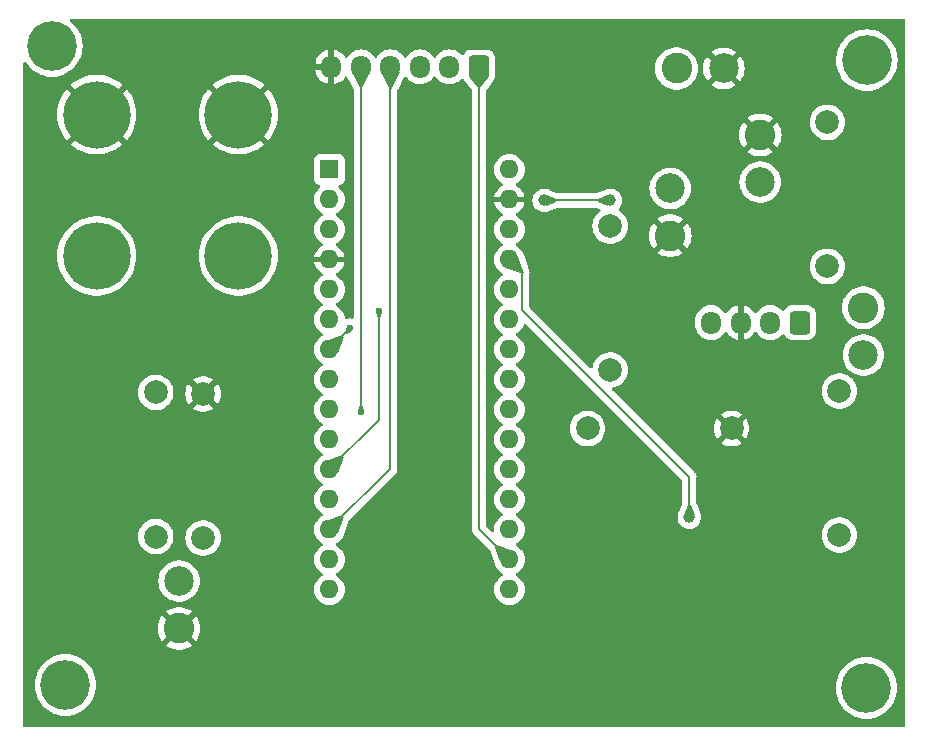
<source format=gbr>
%TF.GenerationSoftware,KiCad,Pcbnew,7.0.7*%
%TF.CreationDate,2023-12-14T17:45:07-06:00*%
%TF.ProjectId,test,74657374-2e6b-4696-9361-645f70636258,rev?*%
%TF.SameCoordinates,Original*%
%TF.FileFunction,Copper,L2,Bot*%
%TF.FilePolarity,Positive*%
%FSLAX46Y46*%
G04 Gerber Fmt 4.6, Leading zero omitted, Abs format (unit mm)*
G04 Created by KiCad (PCBNEW 7.0.7) date 2023-12-14 17:45:07*
%MOMM*%
%LPD*%
G01*
G04 APERTURE LIST*
G04 Aperture macros list*
%AMRoundRect*
0 Rectangle with rounded corners*
0 $1 Rounding radius*
0 $2 $3 $4 $5 $6 $7 $8 $9 X,Y pos of 4 corners*
0 Add a 4 corners polygon primitive as box body*
4,1,4,$2,$3,$4,$5,$6,$7,$8,$9,$2,$3,0*
0 Add four circle primitives for the rounded corners*
1,1,$1+$1,$2,$3*
1,1,$1+$1,$4,$5*
1,1,$1+$1,$6,$7*
1,1,$1+$1,$8,$9*
0 Add four rect primitives between the rounded corners*
20,1,$1+$1,$2,$3,$4,$5,0*
20,1,$1+$1,$4,$5,$6,$7,0*
20,1,$1+$1,$6,$7,$8,$9,0*
20,1,$1+$1,$8,$9,$2,$3,0*%
G04 Aperture macros list end*
%TA.AperFunction,ComponentPad*%
%ADD10C,2.500000*%
%TD*%
%TA.AperFunction,ComponentPad*%
%ADD11C,2.600000*%
%TD*%
%TA.AperFunction,ComponentPad*%
%ADD12R,1.600000X1.600000*%
%TD*%
%TA.AperFunction,ComponentPad*%
%ADD13O,1.600000X1.600000*%
%TD*%
%TA.AperFunction,ComponentPad*%
%ADD14C,5.700000*%
%TD*%
%TA.AperFunction,ComponentPad*%
%ADD15C,2.000000*%
%TD*%
%TA.AperFunction,ComponentPad*%
%ADD16RoundRect,0.250000X0.600000X0.725000X-0.600000X0.725000X-0.600000X-0.725000X0.600000X-0.725000X0*%
%TD*%
%TA.AperFunction,ComponentPad*%
%ADD17O,1.700000X1.950000*%
%TD*%
%TA.AperFunction,ViaPad*%
%ADD18C,4.200000*%
%TD*%
%TA.AperFunction,ViaPad*%
%ADD19C,1.000000*%
%TD*%
%TA.AperFunction,ViaPad*%
%ADD20C,0.600000*%
%TD*%
%TA.AperFunction,Conductor*%
%ADD21C,0.200000*%
%TD*%
G04 APERTURE END LIST*
D10*
%TO.P,C4,1*%
%TO.N,Net-(U3-INA-)*%
X167132000Y-100584000D03*
D11*
%TO.P,C4,2*%
%TO.N,Net-(U3-INA+)*%
X167132000Y-96584000D03*
%TD*%
D12*
%TO.P,A1,1,D1/TX*%
%TO.N,unconnected-(A1-D1{slash}TX-Pad1)*%
X121920000Y-84878000D03*
D13*
%TO.P,A1,2,D0/RX*%
%TO.N,unconnected-(A1-D0{slash}RX-Pad2)*%
X121920000Y-87418000D03*
%TO.P,A1,3,~{RESET}*%
%TO.N,unconnected-(A1-~{RESET}-Pad3)*%
X121920000Y-89958000D03*
%TO.P,A1,4,GND*%
%TO.N,GND*%
X121920000Y-92498000D03*
%TO.P,A1,5,D2*%
%TO.N,unconnected-(A1-D2-Pad5)*%
X121920000Y-95038000D03*
%TO.P,A1,6,D3*%
%TO.N,unconnected-(A1-D3-Pad6)*%
X121920000Y-97578000D03*
%TO.P,A1,7,D4*%
%TO.N,Net-(A1-D4)*%
X121920000Y-100118000D03*
%TO.P,A1,8,D5*%
%TO.N,unconnected-(A1-D5-Pad8)*%
X121920000Y-102658000D03*
%TO.P,A1,9,D6*%
%TO.N,unconnected-(A1-D6-Pad9)*%
X121920000Y-105198000D03*
%TO.P,A1,10,D7*%
%TO.N,unconnected-(A1-D7-Pad10)*%
X121920000Y-107738000D03*
%TO.P,A1,11,D8*%
%TO.N,Net-(A1-D8)*%
X121920000Y-110278000D03*
%TO.P,A1,12,D9*%
%TO.N,Net-(A1-D9)*%
X121920000Y-112818000D03*
%TO.P,A1,13,D10*%
%TO.N,Net-(A1-D10)*%
X121920000Y-115358000D03*
%TO.P,A1,14,D11*%
%TO.N,unconnected-(A1-D11-Pad14)*%
X121920000Y-117898000D03*
%TO.P,A1,15,D12*%
%TO.N,unconnected-(A1-D12-Pad15)*%
X121920000Y-120438000D03*
%TO.P,A1,16,D13*%
%TO.N,unconnected-(A1-D13-Pad16)*%
X137160000Y-120438000D03*
%TO.P,A1,17,3V3*%
%TO.N,Net-(A1-3V3)*%
X137160000Y-117898000D03*
%TO.P,A1,18,AREF*%
%TO.N,unconnected-(A1-AREF-Pad18)*%
X137160000Y-115358000D03*
%TO.P,A1,19,A0*%
%TO.N,Net-(A1-A0)*%
X137160000Y-112818000D03*
%TO.P,A1,20,A1*%
%TO.N,Net-(A1-A1)*%
X137160000Y-110278000D03*
%TO.P,A1,21,A2*%
%TO.N,Net-(A1-A2)*%
X137160000Y-107738000D03*
%TO.P,A1,22,A3*%
%TO.N,unconnected-(A1-A3-Pad22)*%
X137160000Y-105198000D03*
%TO.P,A1,23,A4*%
%TO.N,unconnected-(A1-A4-Pad23)*%
X137160000Y-102658000D03*
%TO.P,A1,24,A5*%
%TO.N,unconnected-(A1-A5-Pad24)*%
X137160000Y-100118000D03*
%TO.P,A1,25,A6*%
%TO.N,Net-(A1-A6)*%
X137160000Y-97578000D03*
%TO.P,A1,26,A7*%
%TO.N,Net-(A1-A7)*%
X137160000Y-95038000D03*
%TO.P,A1,27,+5V*%
%TO.N,Net-(A1-+5V)*%
X137160000Y-92498000D03*
%TO.P,A1,28,~{RESET}*%
%TO.N,unconnected-(A1-~{RESET}-Pad28)*%
X137160000Y-89958000D03*
%TO.P,A1,29,GND*%
%TO.N,GND*%
X137160000Y-87418000D03*
%TO.P,A1,30,VIN*%
%TO.N,unconnected-(A1-VIN-Pad30)*%
X137160000Y-84878000D03*
%TD*%
D14*
%TO.P,J3,1,Pos*%
%TO.N,Net-(J3-Pos)*%
X102220000Y-92200000D03*
%TO.P,J3,2,Neg*%
%TO.N,GND*%
X102220000Y-80230000D03*
%TD*%
D15*
%TO.P,R6,1*%
%TO.N,Net-(U3-VFB)*%
X143774396Y-106807000D03*
%TO.P,R6,2*%
%TO.N,GND*%
X155974396Y-106807000D03*
%TD*%
D16*
%TO.P,J1,1,Pin_1*%
%TO.N,Net-(J1-Pin_1)*%
X161738000Y-97836000D03*
D17*
%TO.P,J1,2,Pin_2*%
%TO.N,Net-(J1-Pin_2)*%
X159238000Y-97836000D03*
%TO.P,J1,3,Pin_3*%
%TO.N,GND*%
X156738000Y-97836000D03*
%TO.P,J1,4,Pin_4*%
%TO.N,Net-(J1-Pin_4)*%
X154238000Y-97836000D03*
%TD*%
D10*
%TO.P,C1,1*%
%TO.N,Net-(J1-Pin_4)*%
X158394396Y-85947000D03*
D11*
%TO.P,C1,2*%
%TO.N,GND*%
X158394396Y-81947000D03*
%TD*%
D15*
%TO.P,R5,1*%
%TO.N,Net-(J1-Pin_4)*%
X145694396Y-89647000D03*
%TO.P,R5,2*%
%TO.N,Net-(U3-VFB)*%
X145694396Y-101847000D03*
%TD*%
%TO.P,R2,1*%
%TO.N,Net-(J4-Pos)*%
X107213000Y-103755000D03*
%TO.P,R2,2*%
%TO.N,Net-(U1-+)*%
X107213000Y-115955000D03*
%TD*%
D10*
%TO.P,C5,1*%
%TO.N,Net-(U1-+)*%
X109195000Y-119733000D03*
D11*
%TO.P,C5,2*%
%TO.N,GND*%
X109195000Y-123733000D03*
%TD*%
D14*
%TO.P,J4,1,Pos*%
%TO.N,Net-(J4-Pos)*%
X114220000Y-92200000D03*
%TO.P,J4,2,Neg*%
%TO.N,GND*%
X114220000Y-80230000D03*
%TD*%
D10*
%TO.P,C3,1*%
%TO.N,GND*%
X155314396Y-76327000D03*
D11*
%TO.P,C3,2*%
%TO.N,Net-(U3-VBG)*%
X151314396Y-76327000D03*
%TD*%
D15*
%TO.P,R1,1*%
%TO.N,Net-(J1-Pin_2)*%
X165100000Y-115839000D03*
%TO.P,R1,2*%
%TO.N,Net-(U3-INA-)*%
X165100000Y-103639000D03*
%TD*%
D16*
%TO.P,J2,1,Pin_1*%
%TO.N,Net-(A1-3V3)*%
X134580000Y-76200000D03*
D17*
%TO.P,J2,2,Pin_2*%
%TO.N,Net-(A1-D4)*%
X132080000Y-76200000D03*
%TO.P,J2,3,Pin_3*%
%TO.N,Net-(A1-D8)*%
X129580000Y-76200000D03*
%TO.P,J2,4,Pin_4*%
%TO.N,Net-(A1-D10)*%
X127080000Y-76200000D03*
%TO.P,J2,5,Pin_5*%
%TO.N,Net-(A1-D9)*%
X124580000Y-76200000D03*
%TO.P,J2,6,Pin_6*%
%TO.N,GND*%
X122080000Y-76200000D03*
%TD*%
D15*
%TO.P,R4,1*%
%TO.N,Net-(J1-Pin_1)*%
X164084000Y-80884000D03*
%TO.P,R4,2*%
%TO.N,Net-(U3-INA+)*%
X164084000Y-93084000D03*
%TD*%
D10*
%TO.P,C6,1*%
%TO.N,Net-(A1-+5V)*%
X150774396Y-86487000D03*
D11*
%TO.P,C6,2*%
%TO.N,GND*%
X150774396Y-90487000D03*
%TD*%
D15*
%TO.P,R3,1*%
%TO.N,Net-(U1-+)*%
X111227000Y-116082000D03*
%TO.P,R3,2*%
%TO.N,GND*%
X111227000Y-103882000D03*
%TD*%
D18*
%TO.N,*%
X167420942Y-75619358D03*
X167386000Y-128778000D03*
X99568000Y-128524000D03*
X98425000Y-74422000D03*
D19*
%TO.N,Net-(A1-+5V)*%
X140106396Y-87503000D03*
X152400000Y-114300000D03*
X145694396Y-87503000D03*
D20*
%TO.N,GND*%
X112395000Y-97917000D03*
%TO.N,Net-(A1-D8)*%
X126111000Y-96901000D03*
%TO.N,Net-(A1-D9)*%
X124587000Y-105410000D03*
%TO.N,Net-(A1-D4)*%
X123698000Y-98298000D03*
%TD*%
D21*
%TO.N,Net-(A1-+5V)*%
X138260000Y-96782365D02*
X138260000Y-93598000D01*
X138260000Y-93598000D02*
X137160000Y-92498000D01*
X152400000Y-114300000D02*
X152400000Y-110922365D01*
X140106396Y-87503000D02*
X145694396Y-87503000D01*
X152400000Y-110922365D02*
X138260000Y-96782365D01*
%TO.N,Net-(A1-3V3)*%
X134580000Y-115318000D02*
X137160000Y-117898000D01*
X134580000Y-76200000D02*
X134580000Y-115318000D01*
%TO.N,Net-(A1-D8)*%
X126111000Y-106087000D02*
X121920000Y-110278000D01*
X126111000Y-96901000D02*
X126111000Y-106087000D01*
%TO.N,Net-(A1-D9)*%
X124587000Y-105410000D02*
X124587000Y-105283000D01*
X124580000Y-76200000D02*
X124580000Y-105276000D01*
X124580000Y-105276000D02*
X124587000Y-105410000D01*
%TO.N,Net-(A1-D4)*%
X123698000Y-98340000D02*
X121920000Y-100118000D01*
X123698000Y-98298000D02*
X123698000Y-98340000D01*
%TO.N,Net-(A1-D10)*%
X127080000Y-76200000D02*
X127080000Y-110198000D01*
X127080000Y-110198000D02*
X121920000Y-115358000D01*
%TD*%
%TA.AperFunction,Conductor*%
%TO.N,Net-(A1-D8)*%
G36*
X126377851Y-97011496D02*
G01*
X126384163Y-97017848D01*
X126384330Y-97026305D01*
X126213807Y-97493313D01*
X126207751Y-97499909D01*
X126202817Y-97501000D01*
X126019183Y-97501000D01*
X126010910Y-97497573D01*
X126008193Y-97493313D01*
X125837669Y-97026302D01*
X125838050Y-97017358D01*
X125844147Y-97011496D01*
X126106490Y-96901883D01*
X126115444Y-96901857D01*
X126377851Y-97011496D01*
G37*
%TD.AperFunction*%
%TD*%
%TA.AperFunction,Conductor*%
%TO.N,Net-(A1-D10)*%
G36*
X127085830Y-76202350D02*
G01*
X127855736Y-76644786D01*
X127861201Y-76651879D01*
X127860377Y-76660150D01*
X127183230Y-78018520D01*
X127176472Y-78024395D01*
X127172759Y-78025000D01*
X126987241Y-78025000D01*
X126978968Y-78021573D01*
X126976770Y-78018520D01*
X126299622Y-76660150D01*
X126298998Y-76651217D01*
X126304261Y-76644787D01*
X127074170Y-76202349D01*
X127083051Y-76201199D01*
X127085830Y-76202350D01*
G37*
%TD.AperFunction*%
%TD*%
%TA.AperFunction,Conductor*%
%TO.N,Net-(A1-D8)*%
G36*
X122982709Y-109078843D02*
G01*
X122985800Y-109081060D01*
X123116939Y-109212199D01*
X123120366Y-109220472D01*
X123119748Y-109224226D01*
X122663109Y-110572321D01*
X122657209Y-110579057D01*
X122648273Y-110579649D01*
X122647568Y-110579384D01*
X122366586Y-110463377D01*
X121923787Y-110280562D01*
X121917448Y-110274237D01*
X121917437Y-110274212D01*
X121618617Y-109550434D01*
X121618628Y-109541482D01*
X121624967Y-109535157D01*
X121625663Y-109534895D01*
X122973774Y-109078251D01*
X122982709Y-109078843D01*
G37*
%TD.AperFunction*%
%TD*%
%TA.AperFunction,Conductor*%
%TO.N,Net-(A1-D10)*%
G36*
X122982709Y-114158843D02*
G01*
X122985800Y-114161060D01*
X123116939Y-114292199D01*
X123120366Y-114300472D01*
X123119748Y-114304226D01*
X122663109Y-115652321D01*
X122657209Y-115659057D01*
X122648273Y-115659649D01*
X122647568Y-115659384D01*
X122366586Y-115543377D01*
X121923787Y-115360562D01*
X121917448Y-115354237D01*
X121917437Y-115354212D01*
X121618617Y-114630434D01*
X121618628Y-114621482D01*
X121624967Y-114615157D01*
X121625663Y-114614895D01*
X122973774Y-114158251D01*
X122982709Y-114158843D01*
G37*
%TD.AperFunction*%
%TD*%
%TA.AperFunction,Conductor*%
%TO.N,Net-(A1-+5V)*%
G36*
X145507549Y-87051866D02*
G01*
X145507671Y-87052149D01*
X145693523Y-87498502D01*
X145693540Y-87507456D01*
X145693523Y-87507496D01*
X145507671Y-87953850D01*
X145501327Y-87960171D01*
X145492373Y-87960154D01*
X145492090Y-87960032D01*
X144701316Y-87606097D01*
X144695165Y-87599589D01*
X144694396Y-87595418D01*
X144694396Y-87410581D01*
X144697823Y-87402308D01*
X144701312Y-87399904D01*
X145492090Y-87045966D01*
X145501041Y-87045715D01*
X145507549Y-87051866D01*
G37*
%TD.AperFunction*%
%TD*%
%TA.AperFunction,Conductor*%
%TO.N,Net-(A1-+5V)*%
G36*
X140308418Y-87045845D02*
G01*
X140308701Y-87045967D01*
X141099477Y-87399903D01*
X141105627Y-87406410D01*
X141106396Y-87410581D01*
X141106396Y-87595418D01*
X141102969Y-87603691D01*
X141099476Y-87606097D01*
X140308701Y-87960032D01*
X140299750Y-87960284D01*
X140293242Y-87954133D01*
X140293120Y-87953850D01*
X140147321Y-87603691D01*
X140107267Y-87507495D01*
X140107251Y-87498544D01*
X140293121Y-87052147D01*
X140299464Y-87045828D01*
X140308418Y-87045845D01*
G37*
%TD.AperFunction*%
%TD*%
%TA.AperFunction,Conductor*%
%TO.N,Net-(A1-+5V)*%
G36*
X137896296Y-92196720D02*
G01*
X137902621Y-92203059D01*
X137902957Y-92203981D01*
X137997490Y-92501489D01*
X138231229Y-93237104D01*
X138355157Y-93627122D01*
X138354396Y-93636044D01*
X138347549Y-93641816D01*
X138344006Y-93642365D01*
X138161772Y-93642365D01*
X138158305Y-93641839D01*
X136866098Y-93240903D01*
X136859212Y-93235179D01*
X136858391Y-93226262D01*
X136858749Y-93225267D01*
X137158143Y-92501488D01*
X137164472Y-92495154D01*
X137164481Y-92495149D01*
X137887342Y-92196709D01*
X137896296Y-92196720D01*
G37*
%TD.AperFunction*%
%TD*%
%TA.AperFunction,Conductor*%
%TO.N,Net-(A1-3V3)*%
G36*
X134587631Y-76208069D02*
G01*
X134588865Y-76209303D01*
X135350712Y-77094728D01*
X135353510Y-77103234D01*
X135351279Y-77109276D01*
X134683506Y-78020217D01*
X134675851Y-78024864D01*
X134674070Y-78025000D01*
X134485930Y-78025000D01*
X134477657Y-78021573D01*
X134476494Y-78020217D01*
X133808720Y-77109276D01*
X133806592Y-77100578D01*
X133809285Y-77094730D01*
X134571131Y-76209306D01*
X134579125Y-76205271D01*
X134587631Y-76208069D01*
G37*
%TD.AperFunction*%
%TD*%
%TA.AperFunction,Conductor*%
%TO.N,Net-(A1-D4)*%
G36*
X122982709Y-98918843D02*
G01*
X122985800Y-98921060D01*
X123116939Y-99052199D01*
X123120366Y-99060472D01*
X123119748Y-99064226D01*
X122663109Y-100412321D01*
X122657209Y-100419057D01*
X122648273Y-100419649D01*
X122647568Y-100419384D01*
X122366586Y-100303377D01*
X121923787Y-100120562D01*
X121917448Y-100114237D01*
X121917437Y-100114212D01*
X121618617Y-99390434D01*
X121618628Y-99381482D01*
X121624967Y-99375157D01*
X121625663Y-99374895D01*
X122973774Y-98918251D01*
X122982709Y-98918843D01*
G37*
%TD.AperFunction*%
%TD*%
%TA.AperFunction,Conductor*%
%TO.N,Net-(A1-+5V)*%
G36*
X152500691Y-113303427D02*
G01*
X152503097Y-113306920D01*
X152857032Y-114097694D01*
X152857284Y-114106645D01*
X152851133Y-114113153D01*
X152850850Y-114113275D01*
X152404497Y-114299127D01*
X152395543Y-114299144D01*
X152395503Y-114299127D01*
X151949149Y-114113275D01*
X151942828Y-114106931D01*
X151942845Y-114097977D01*
X151942967Y-114097694D01*
X152296903Y-113306920D01*
X152303411Y-113300769D01*
X152307582Y-113300000D01*
X152492418Y-113300000D01*
X152500691Y-113303427D01*
G37*
%TD.AperFunction*%
%TD*%
%TA.AperFunction,Conductor*%
%TO.N,Net-(A1-D9)*%
G36*
X124680207Y-104814819D02*
G01*
X124682869Y-104818930D01*
X124860132Y-105284605D01*
X124859872Y-105293556D01*
X124853708Y-105299563D01*
X124591511Y-105409115D01*
X124582556Y-105409142D01*
X124582489Y-105409115D01*
X124320026Y-105299452D01*
X124313714Y-105293100D01*
X124313500Y-105284777D01*
X124477250Y-104819209D01*
X124483228Y-104812543D01*
X124488287Y-104811392D01*
X124671934Y-104811392D01*
X124680207Y-104814819D01*
G37*
%TD.AperFunction*%
%TD*%
%TA.AperFunction,Conductor*%
%TO.N,Net-(A1-D9)*%
G36*
X124585830Y-76202350D02*
G01*
X125355736Y-76644786D01*
X125361201Y-76651879D01*
X125360377Y-76660150D01*
X124683230Y-78018520D01*
X124676472Y-78024395D01*
X124672759Y-78025000D01*
X124487241Y-78025000D01*
X124478968Y-78021573D01*
X124476770Y-78018520D01*
X123799622Y-76660150D01*
X123798998Y-76651217D01*
X123804261Y-76644787D01*
X124574170Y-76202349D01*
X124583051Y-76201199D01*
X124585830Y-76202350D01*
G37*
%TD.AperFunction*%
%TD*%
%TA.AperFunction,Conductor*%
%TO.N,GND*%
G36*
X170638539Y-72148185D02*
G01*
X170684294Y-72200989D01*
X170695500Y-72252500D01*
X170695500Y-131963500D01*
X170675815Y-132030539D01*
X170623011Y-132076294D01*
X170571500Y-132087500D01*
X96128500Y-132087500D01*
X96061461Y-132067815D01*
X96015706Y-132015011D01*
X96004500Y-131963500D01*
X96004500Y-128524000D01*
X96962747Y-128524000D01*
X96981741Y-128838023D01*
X96981741Y-128838028D01*
X96981742Y-128838029D01*
X97038451Y-129147478D01*
X97038452Y-129147482D01*
X97038453Y-129147486D01*
X97132039Y-129447816D01*
X97132043Y-129447827D01*
X97132044Y-129447830D01*
X97132046Y-129447835D01*
X97261163Y-129734721D01*
X97414709Y-129988716D01*
X97423924Y-130003960D01*
X97617942Y-130251605D01*
X97840394Y-130474057D01*
X98088039Y-130668075D01*
X98088044Y-130668078D01*
X98088048Y-130668081D01*
X98357279Y-130830837D01*
X98644165Y-130959954D01*
X98644175Y-130959957D01*
X98644183Y-130959960D01*
X98844403Y-131022350D01*
X98944522Y-131053549D01*
X99253971Y-131110258D01*
X99568000Y-131129253D01*
X99882029Y-131110258D01*
X100191478Y-131053549D01*
X100491835Y-130959954D01*
X100778721Y-130830837D01*
X101047952Y-130668081D01*
X101295602Y-130474060D01*
X101518060Y-130251602D01*
X101712081Y-130003952D01*
X101874837Y-129734721D01*
X102003954Y-129447835D01*
X102097549Y-129147478D01*
X102154258Y-128838029D01*
X102157889Y-128777999D01*
X164780747Y-128777999D01*
X164799741Y-129092023D01*
X164799741Y-129092028D01*
X164799742Y-129092029D01*
X164856451Y-129401478D01*
X164856452Y-129401482D01*
X164856453Y-129401486D01*
X164950039Y-129701816D01*
X164950043Y-129701827D01*
X164950044Y-129701830D01*
X164950046Y-129701835D01*
X165079163Y-129988721D01*
X165238080Y-130251602D01*
X165241924Y-130257960D01*
X165435942Y-130505605D01*
X165658394Y-130728057D01*
X165906039Y-130922075D01*
X165906044Y-130922078D01*
X165906048Y-130922081D01*
X166175279Y-131084837D01*
X166462165Y-131213954D01*
X166462175Y-131213957D01*
X166462183Y-131213960D01*
X166662402Y-131276350D01*
X166762522Y-131307549D01*
X167071971Y-131364258D01*
X167386000Y-131383253D01*
X167700029Y-131364258D01*
X168009478Y-131307549D01*
X168309835Y-131213954D01*
X168596721Y-131084837D01*
X168865952Y-130922081D01*
X169113602Y-130728060D01*
X169336060Y-130505602D01*
X169530081Y-130257952D01*
X169692837Y-129988721D01*
X169821954Y-129701835D01*
X169915549Y-129401478D01*
X169972258Y-129092029D01*
X169991253Y-128778000D01*
X169972258Y-128463971D01*
X169915549Y-128154522D01*
X169884350Y-128054402D01*
X169821960Y-127854183D01*
X169821956Y-127854172D01*
X169821954Y-127854165D01*
X169692837Y-127567279D01*
X169530081Y-127298048D01*
X169530078Y-127298044D01*
X169530075Y-127298039D01*
X169336057Y-127050394D01*
X169113605Y-126827942D01*
X168865960Y-126633924D01*
X168865952Y-126633919D01*
X168596721Y-126471163D01*
X168309835Y-126342046D01*
X168309830Y-126342044D01*
X168309827Y-126342043D01*
X168309816Y-126342039D01*
X168009486Y-126248453D01*
X168009482Y-126248452D01*
X168009478Y-126248451D01*
X167700029Y-126191742D01*
X167700028Y-126191741D01*
X167700023Y-126191741D01*
X167413229Y-126174394D01*
X167386000Y-126172747D01*
X167385999Y-126172747D01*
X167071976Y-126191741D01*
X167071970Y-126191742D01*
X167071971Y-126191742D01*
X166762522Y-126248451D01*
X166762519Y-126248451D01*
X166762513Y-126248453D01*
X166462183Y-126342039D01*
X166462172Y-126342043D01*
X166175283Y-126471161D01*
X166175281Y-126471162D01*
X165906039Y-126633924D01*
X165658394Y-126827942D01*
X165435942Y-127050394D01*
X165241924Y-127298039D01*
X165079162Y-127567281D01*
X165079161Y-127567283D01*
X164950043Y-127854172D01*
X164950039Y-127854183D01*
X164856453Y-128154513D01*
X164799741Y-128463976D01*
X164780747Y-128777999D01*
X102157889Y-128777999D01*
X102173253Y-128524000D01*
X102154258Y-128209971D01*
X102097549Y-127900522D01*
X102003954Y-127600165D01*
X101874837Y-127313279D01*
X101712081Y-127044048D01*
X101712078Y-127044044D01*
X101712075Y-127044039D01*
X101518057Y-126796394D01*
X101295605Y-126573942D01*
X101047960Y-126379924D01*
X100985302Y-126342046D01*
X100778721Y-126217163D01*
X100491835Y-126088046D01*
X100491830Y-126088044D01*
X100491827Y-126088043D01*
X100491816Y-126088039D01*
X100191486Y-125994453D01*
X100191482Y-125994452D01*
X100191478Y-125994451D01*
X99882029Y-125937742D01*
X99882028Y-125937741D01*
X99882023Y-125937741D01*
X99595229Y-125920394D01*
X99568000Y-125918747D01*
X99567999Y-125918747D01*
X99253976Y-125937741D01*
X99253970Y-125937742D01*
X99253971Y-125937742D01*
X98944522Y-125994451D01*
X98944519Y-125994451D01*
X98944513Y-125994453D01*
X98644183Y-126088039D01*
X98644172Y-126088043D01*
X98644166Y-126088045D01*
X98644165Y-126088046D01*
X98357279Y-126217163D01*
X98305519Y-126248453D01*
X98088039Y-126379924D01*
X97840394Y-126573942D01*
X97617942Y-126796394D01*
X97423924Y-127044039D01*
X97420080Y-127050398D01*
X97270371Y-127298048D01*
X97261162Y-127313281D01*
X97261161Y-127313283D01*
X97132043Y-127600172D01*
X97132039Y-127600183D01*
X97038453Y-127900513D01*
X96981741Y-128209976D01*
X96962747Y-128524000D01*
X96004500Y-128524000D01*
X96004500Y-123733004D01*
X107389953Y-123733004D01*
X107410113Y-124002026D01*
X107410113Y-124002028D01*
X107470142Y-124265033D01*
X107470148Y-124265052D01*
X107568709Y-124516181D01*
X107568708Y-124516181D01*
X107703602Y-124749822D01*
X107757294Y-124817151D01*
X108731879Y-123842566D01*
X108793202Y-123809081D01*
X108862894Y-123814065D01*
X108918827Y-123855937D01*
X108930560Y-123874974D01*
X108951448Y-123916922D01*
X109034334Y-123992484D01*
X109040488Y-123994868D01*
X109095890Y-124037441D01*
X109119481Y-124103207D01*
X109103770Y-124171288D01*
X109083376Y-124198176D01*
X108109848Y-125171702D01*
X108292483Y-125296220D01*
X108292485Y-125296221D01*
X108535539Y-125413269D01*
X108535537Y-125413269D01*
X108793337Y-125492790D01*
X108793343Y-125492792D01*
X109060101Y-125532999D01*
X109060110Y-125533000D01*
X109329890Y-125533000D01*
X109329898Y-125532999D01*
X109596656Y-125492792D01*
X109596662Y-125492790D01*
X109854461Y-125413269D01*
X110097521Y-125296218D01*
X110280150Y-125171702D01*
X109305263Y-124196816D01*
X109271778Y-124135493D01*
X109276762Y-124065801D01*
X109318634Y-124009868D01*
X109327658Y-124003713D01*
X109400610Y-123958543D01*
X109468201Y-123869038D01*
X109468200Y-123869038D01*
X109475126Y-123859868D01*
X109478540Y-123862446D01*
X109510721Y-123827673D01*
X109578368Y-123810190D01*
X109644728Y-123832056D01*
X109661995Y-123846443D01*
X110632703Y-124817151D01*
X110632704Y-124817151D01*
X110686393Y-124749828D01*
X110686400Y-124749817D01*
X110821290Y-124516181D01*
X110919851Y-124265052D01*
X110919857Y-124265033D01*
X110979886Y-124002028D01*
X110979886Y-124002026D01*
X111000047Y-123733004D01*
X111000047Y-123732995D01*
X110979886Y-123463973D01*
X110979886Y-123463971D01*
X110919857Y-123200966D01*
X110919851Y-123200947D01*
X110821290Y-122949818D01*
X110821291Y-122949818D01*
X110686397Y-122716177D01*
X110632704Y-122648847D01*
X109658119Y-123623432D01*
X109596796Y-123656917D01*
X109527104Y-123651933D01*
X109471171Y-123610061D01*
X109459440Y-123591028D01*
X109438552Y-123549078D01*
X109355666Y-123473516D01*
X109349511Y-123471131D01*
X109294110Y-123428561D01*
X109270518Y-123362795D01*
X109286228Y-123294714D01*
X109306623Y-123267824D01*
X110280150Y-122294296D01*
X110097517Y-122169779D01*
X110097516Y-122169778D01*
X109854460Y-122052730D01*
X109854462Y-122052730D01*
X109596662Y-121973209D01*
X109596656Y-121973207D01*
X109329898Y-121933000D01*
X109060101Y-121933000D01*
X108793343Y-121973207D01*
X108793337Y-121973209D01*
X108535538Y-122052730D01*
X108292485Y-122169778D01*
X108292476Y-122169783D01*
X108109848Y-122294296D01*
X109084736Y-123269183D01*
X109118221Y-123330506D01*
X109113237Y-123400198D01*
X109071365Y-123456131D01*
X109062334Y-123462290D01*
X108989390Y-123507456D01*
X108914874Y-123606132D01*
X108911476Y-123603566D01*
X108879097Y-123638435D01*
X108811420Y-123655803D01*
X108745098Y-123633824D01*
X108728004Y-123619557D01*
X107757295Y-122648848D01*
X107703600Y-122716180D01*
X107568709Y-122949818D01*
X107470148Y-123200947D01*
X107470142Y-123200966D01*
X107410113Y-123463971D01*
X107410113Y-123463973D01*
X107389953Y-123732995D01*
X107389953Y-123733004D01*
X96004500Y-123733004D01*
X96004500Y-119733004D01*
X107439592Y-119733004D01*
X107459196Y-119994620D01*
X107459197Y-119994625D01*
X107517576Y-120250402D01*
X107517578Y-120250411D01*
X107517580Y-120250416D01*
X107613432Y-120494643D01*
X107744614Y-120721857D01*
X107874308Y-120884488D01*
X107908198Y-120926985D01*
X108084677Y-121090732D01*
X108100521Y-121105433D01*
X108317296Y-121253228D01*
X108317301Y-121253230D01*
X108317302Y-121253231D01*
X108317303Y-121253232D01*
X108442843Y-121313688D01*
X108553673Y-121367061D01*
X108553674Y-121367061D01*
X108553677Y-121367063D01*
X108804385Y-121444396D01*
X109063818Y-121483500D01*
X109326182Y-121483500D01*
X109585615Y-121444396D01*
X109836323Y-121367063D01*
X110072704Y-121253228D01*
X110289479Y-121105433D01*
X110481805Y-120926981D01*
X110645386Y-120721857D01*
X110776568Y-120494643D01*
X110798798Y-120438001D01*
X120614532Y-120438001D01*
X120634364Y-120664686D01*
X120634366Y-120664697D01*
X120693258Y-120884488D01*
X120693261Y-120884497D01*
X120789431Y-121090732D01*
X120789432Y-121090734D01*
X120919954Y-121277141D01*
X121080858Y-121438045D01*
X121089928Y-121444396D01*
X121267266Y-121568568D01*
X121473504Y-121664739D01*
X121693308Y-121723635D01*
X121855230Y-121737801D01*
X121919998Y-121743468D01*
X121920000Y-121743468D01*
X121920002Y-121743468D01*
X121976673Y-121738509D01*
X122146692Y-121723635D01*
X122366496Y-121664739D01*
X122572734Y-121568568D01*
X122759139Y-121438047D01*
X122920047Y-121277139D01*
X123050568Y-121090734D01*
X123146739Y-120884496D01*
X123205635Y-120664692D01*
X123225468Y-120438000D01*
X123205635Y-120211308D01*
X123146739Y-119991504D01*
X123050568Y-119785266D01*
X122920047Y-119598861D01*
X122920045Y-119598858D01*
X122759141Y-119437954D01*
X122572734Y-119307432D01*
X122572728Y-119307429D01*
X122514725Y-119280382D01*
X122462285Y-119234210D01*
X122443133Y-119167017D01*
X122463348Y-119100135D01*
X122514725Y-119055618D01*
X122572734Y-119028568D01*
X122759139Y-118898047D01*
X122920047Y-118737139D01*
X123050568Y-118550734D01*
X123146739Y-118344496D01*
X123205635Y-118124692D01*
X123225468Y-117898000D01*
X123205635Y-117671308D01*
X123146739Y-117451504D01*
X123050568Y-117245266D01*
X122948484Y-117099474D01*
X122920045Y-117058858D01*
X122759141Y-116897954D01*
X122572734Y-116767432D01*
X122572728Y-116767429D01*
X122514725Y-116740382D01*
X122462285Y-116694210D01*
X122443133Y-116627017D01*
X122463348Y-116560135D01*
X122514725Y-116515618D01*
X122572734Y-116488568D01*
X122759139Y-116358047D01*
X122920047Y-116197139D01*
X123050568Y-116010734D01*
X123146739Y-115804496D01*
X123151763Y-115785742D01*
X123152909Y-115781957D01*
X123557322Y-114588044D01*
X123587083Y-114540150D01*
X127473922Y-110653311D01*
X127479999Y-110647983D01*
X127508282Y-110626282D01*
X127604536Y-110500841D01*
X127665044Y-110354762D01*
X127680500Y-110237361D01*
X127685682Y-110198000D01*
X127681030Y-110162669D01*
X127680500Y-110154571D01*
X127680500Y-94191738D01*
X127680500Y-78183227D01*
X127693524Y-78127913D01*
X128224424Y-77062917D01*
X128271950Y-77011702D01*
X128339620Y-76994311D01*
X128405951Y-77016266D01*
X128436974Y-77047115D01*
X128458458Y-77077797D01*
X128541275Y-77196073D01*
X128541508Y-77196405D01*
X128660674Y-77315570D01*
X128708599Y-77363495D01*
X128772356Y-77408138D01*
X128902165Y-77499032D01*
X128902167Y-77499033D01*
X128902170Y-77499035D01*
X129116337Y-77598903D01*
X129344592Y-77660063D01*
X129532918Y-77676539D01*
X129579999Y-77680659D01*
X129580000Y-77680659D01*
X129580001Y-77680659D01*
X129619234Y-77677226D01*
X129815408Y-77660063D01*
X130043663Y-77598903D01*
X130257829Y-77499035D01*
X130451401Y-77363495D01*
X130618495Y-77196401D01*
X130728427Y-77039400D01*
X130783000Y-76995778D01*
X130852498Y-76988584D01*
X130914853Y-77020106D01*
X130931574Y-77039403D01*
X131041505Y-77196402D01*
X131160674Y-77315570D01*
X131208599Y-77363495D01*
X131272356Y-77408138D01*
X131402165Y-77499032D01*
X131402167Y-77499033D01*
X131402170Y-77499035D01*
X131616337Y-77598903D01*
X131844592Y-77660063D01*
X132032918Y-77676539D01*
X132079999Y-77680659D01*
X132080000Y-77680659D01*
X132080001Y-77680659D01*
X132119234Y-77677226D01*
X132315408Y-77660063D01*
X132543663Y-77598903D01*
X132757829Y-77499035D01*
X132951401Y-77363495D01*
X133098602Y-77216293D01*
X133159924Y-77182810D01*
X133229615Y-77187794D01*
X133285549Y-77229665D01*
X133291821Y-77238879D01*
X133308477Y-77265883D01*
X133368685Y-77363496D01*
X133387289Y-77393657D01*
X133392277Y-77398645D01*
X133404603Y-77413015D01*
X133955507Y-78164526D01*
X133979267Y-78230231D01*
X133979500Y-78237837D01*
X133979500Y-115274571D01*
X133978969Y-115282673D01*
X133974318Y-115317999D01*
X133974318Y-115318001D01*
X133991647Y-115449627D01*
X133994955Y-115474760D01*
X133994956Y-115474762D01*
X134043177Y-115591179D01*
X134055464Y-115620841D01*
X134151718Y-115746282D01*
X134179995Y-115767980D01*
X134186085Y-115773320D01*
X134856646Y-116443881D01*
X135492912Y-117080147D01*
X135522676Y-117128046D01*
X135927074Y-118321914D01*
X135928239Y-118325757D01*
X135933261Y-118344497D01*
X135937165Y-118352872D01*
X135939683Y-118359146D01*
X135940747Y-118362280D01*
X135940755Y-118362302D01*
X135940758Y-118362310D01*
X135943925Y-118370744D01*
X135943928Y-118370751D01*
X135943929Y-118370753D01*
X135943929Y-118370755D01*
X135973223Y-118434803D01*
X135976588Y-118440478D01*
X135976326Y-118440632D01*
X135984335Y-118454025D01*
X136029431Y-118550733D01*
X136159954Y-118737141D01*
X136320858Y-118898045D01*
X136320861Y-118898047D01*
X136507266Y-119028568D01*
X136565275Y-119055618D01*
X136617714Y-119101791D01*
X136636866Y-119168984D01*
X136616650Y-119235865D01*
X136565275Y-119280382D01*
X136507267Y-119307431D01*
X136507265Y-119307432D01*
X136320858Y-119437954D01*
X136159954Y-119598858D01*
X136029432Y-119785265D01*
X136029431Y-119785267D01*
X135933261Y-119991502D01*
X135933258Y-119991511D01*
X135874366Y-120211302D01*
X135874364Y-120211313D01*
X135854532Y-120437998D01*
X135854532Y-120438001D01*
X135874364Y-120664686D01*
X135874366Y-120664697D01*
X135933258Y-120884488D01*
X135933261Y-120884497D01*
X136029431Y-121090732D01*
X136029432Y-121090734D01*
X136159954Y-121277141D01*
X136320858Y-121438045D01*
X136329928Y-121444396D01*
X136507266Y-121568568D01*
X136713504Y-121664739D01*
X136933308Y-121723635D01*
X137095230Y-121737801D01*
X137159998Y-121743468D01*
X137160000Y-121743468D01*
X137160002Y-121743468D01*
X137216672Y-121738509D01*
X137386692Y-121723635D01*
X137606496Y-121664739D01*
X137812734Y-121568568D01*
X137999139Y-121438047D01*
X138160047Y-121277139D01*
X138290568Y-121090734D01*
X138386739Y-120884496D01*
X138445635Y-120664692D01*
X138465468Y-120438000D01*
X138445635Y-120211308D01*
X138386739Y-119991504D01*
X138290568Y-119785266D01*
X138160047Y-119598861D01*
X138160045Y-119598858D01*
X137999141Y-119437954D01*
X137812734Y-119307432D01*
X137812728Y-119307429D01*
X137754725Y-119280382D01*
X137702285Y-119234210D01*
X137683133Y-119167017D01*
X137703348Y-119100135D01*
X137754725Y-119055618D01*
X137812734Y-119028568D01*
X137999139Y-118898047D01*
X138160047Y-118737139D01*
X138290568Y-118550734D01*
X138386739Y-118344496D01*
X138445635Y-118124692D01*
X138465468Y-117898000D01*
X138445635Y-117671308D01*
X138386739Y-117451504D01*
X138290568Y-117245266D01*
X138188484Y-117099474D01*
X138160045Y-117058858D01*
X137999141Y-116897954D01*
X137812734Y-116767432D01*
X137812728Y-116767429D01*
X137754725Y-116740382D01*
X137702285Y-116694210D01*
X137683133Y-116627017D01*
X137703348Y-116560135D01*
X137754725Y-116515618D01*
X137812734Y-116488568D01*
X137999139Y-116358047D01*
X138160047Y-116197139D01*
X138290568Y-116010734D01*
X138370647Y-115839005D01*
X163594357Y-115839005D01*
X163614890Y-116086812D01*
X163614892Y-116086824D01*
X163675936Y-116327881D01*
X163775826Y-116555606D01*
X163911833Y-116763782D01*
X163915192Y-116767431D01*
X164080256Y-116946738D01*
X164276491Y-117099474D01*
X164495190Y-117217828D01*
X164730386Y-117298571D01*
X164975665Y-117339500D01*
X165224335Y-117339500D01*
X165469614Y-117298571D01*
X165704810Y-117217828D01*
X165923509Y-117099474D01*
X166119744Y-116946738D01*
X166288164Y-116763785D01*
X166424173Y-116555607D01*
X166524063Y-116327881D01*
X166585108Y-116086821D01*
X166585508Y-116082000D01*
X166591413Y-116010732D01*
X166605643Y-115839000D01*
X166585108Y-115591179D01*
X166571980Y-115539336D01*
X166524063Y-115350118D01*
X166424173Y-115122393D01*
X166288166Y-114914217D01*
X166266557Y-114890744D01*
X166119744Y-114731262D01*
X165923509Y-114578526D01*
X165923507Y-114578525D01*
X165923506Y-114578524D01*
X165704811Y-114460172D01*
X165704802Y-114460169D01*
X165469616Y-114379429D01*
X165224335Y-114338500D01*
X164975665Y-114338500D01*
X164730383Y-114379429D01*
X164495197Y-114460169D01*
X164495188Y-114460172D01*
X164276493Y-114578524D01*
X164080257Y-114731261D01*
X163911833Y-114914217D01*
X163775826Y-115122393D01*
X163675936Y-115350118D01*
X163614892Y-115591175D01*
X163614890Y-115591187D01*
X163594357Y-115838994D01*
X163594357Y-115839005D01*
X138370647Y-115839005D01*
X138386739Y-115804496D01*
X138445635Y-115584692D01*
X138465468Y-115358000D01*
X138464778Y-115350118D01*
X138454165Y-115228811D01*
X138445635Y-115131308D01*
X138387466Y-114914217D01*
X138386741Y-114911511D01*
X138386738Y-114911502D01*
X138362040Y-114858538D01*
X138290568Y-114705266D01*
X138160047Y-114518861D01*
X138160045Y-114518858D01*
X137999141Y-114357954D01*
X137812734Y-114227432D01*
X137812728Y-114227429D01*
X137754725Y-114200382D01*
X137702285Y-114154210D01*
X137683133Y-114087017D01*
X137703348Y-114020135D01*
X137754725Y-113975618D01*
X137812734Y-113948568D01*
X137999139Y-113818047D01*
X138160047Y-113657139D01*
X138290568Y-113470734D01*
X138386739Y-113264496D01*
X138445635Y-113044692D01*
X138465468Y-112818000D01*
X138445635Y-112591308D01*
X138386739Y-112371504D01*
X138290568Y-112165266D01*
X138160047Y-111978861D01*
X138160045Y-111978858D01*
X137999141Y-111817954D01*
X137812734Y-111687432D01*
X137812728Y-111687429D01*
X137754725Y-111660382D01*
X137702285Y-111614210D01*
X137683133Y-111547017D01*
X137703348Y-111480135D01*
X137754725Y-111435618D01*
X137812734Y-111408568D01*
X137999139Y-111278047D01*
X138160047Y-111117139D01*
X138290568Y-110930734D01*
X138386739Y-110724496D01*
X138445635Y-110504692D01*
X138465468Y-110278000D01*
X138461912Y-110237360D01*
X138445635Y-110051313D01*
X138445635Y-110051308D01*
X138386739Y-109831504D01*
X138290568Y-109625266D01*
X138160047Y-109438861D01*
X138160045Y-109438858D01*
X137999141Y-109277954D01*
X137812734Y-109147432D01*
X137812728Y-109147429D01*
X137754725Y-109120382D01*
X137702285Y-109074210D01*
X137683133Y-109007017D01*
X137703348Y-108940135D01*
X137754725Y-108895618D01*
X137812734Y-108868568D01*
X137999139Y-108738047D01*
X138160047Y-108577139D01*
X138290568Y-108390734D01*
X138386739Y-108184496D01*
X138445635Y-107964692D01*
X138465468Y-107738000D01*
X138445635Y-107511308D01*
X138386739Y-107291504D01*
X138290568Y-107085266D01*
X138160047Y-106898861D01*
X138160045Y-106898858D01*
X138068192Y-106807005D01*
X142268753Y-106807005D01*
X142289286Y-107054812D01*
X142289288Y-107054824D01*
X142350332Y-107295881D01*
X142450222Y-107523606D01*
X142586229Y-107731782D01*
X142586232Y-107731785D01*
X142754652Y-107914738D01*
X142950887Y-108067474D01*
X142950889Y-108067475D01*
X143168728Y-108185364D01*
X143169586Y-108185828D01*
X143388537Y-108260994D01*
X143403360Y-108266083D01*
X143404782Y-108266571D01*
X143650061Y-108307500D01*
X143898731Y-108307500D01*
X144144010Y-108266571D01*
X144379206Y-108185828D01*
X144597905Y-108067474D01*
X144794140Y-107914738D01*
X144962560Y-107731785D01*
X145098569Y-107523607D01*
X145198459Y-107295881D01*
X145259504Y-107054821D01*
X145260815Y-107039000D01*
X145280039Y-106807005D01*
X145280039Y-106806994D01*
X145259505Y-106559187D01*
X145259503Y-106559175D01*
X145198459Y-106318118D01*
X145098569Y-106090393D01*
X144962562Y-105882217D01*
X144922101Y-105838265D01*
X144794140Y-105699262D01*
X144597905Y-105546526D01*
X144597903Y-105546525D01*
X144597902Y-105546524D01*
X144379207Y-105428172D01*
X144379198Y-105428169D01*
X144144012Y-105347429D01*
X143898731Y-105306500D01*
X143650061Y-105306500D01*
X143404779Y-105347429D01*
X143169593Y-105428169D01*
X143169584Y-105428172D01*
X142950889Y-105546524D01*
X142754653Y-105699261D01*
X142586229Y-105882217D01*
X142450222Y-106090393D01*
X142350332Y-106318118D01*
X142289288Y-106559175D01*
X142289286Y-106559187D01*
X142268753Y-106806994D01*
X142268753Y-106807005D01*
X138068192Y-106807005D01*
X137999141Y-106737954D01*
X137812734Y-106607432D01*
X137812728Y-106607429D01*
X137769887Y-106587452D01*
X137754724Y-106580381D01*
X137702285Y-106534210D01*
X137683133Y-106467017D01*
X137703348Y-106400135D01*
X137754725Y-106355618D01*
X137812734Y-106328568D01*
X137999139Y-106198047D01*
X138160047Y-106037139D01*
X138290568Y-105850734D01*
X138386739Y-105644496D01*
X138445635Y-105424692D01*
X138465468Y-105198000D01*
X138445635Y-104971308D01*
X138386739Y-104751504D01*
X138290568Y-104545266D01*
X138160047Y-104358861D01*
X138160045Y-104358858D01*
X137999141Y-104197954D01*
X137812734Y-104067432D01*
X137812728Y-104067429D01*
X137754725Y-104040382D01*
X137702285Y-103994210D01*
X137683133Y-103927017D01*
X137703348Y-103860135D01*
X137754725Y-103815618D01*
X137812734Y-103788568D01*
X137999139Y-103658047D01*
X138160047Y-103497139D01*
X138290568Y-103310734D01*
X138386739Y-103104496D01*
X138445635Y-102884692D01*
X138465468Y-102658000D01*
X138464528Y-102647261D01*
X138451963Y-102503635D01*
X138445635Y-102431308D01*
X138398260Y-102254500D01*
X138386741Y-102211511D01*
X138386738Y-102211502D01*
X138290568Y-102005267D01*
X138290567Y-102005265D01*
X138160045Y-101818858D01*
X137999141Y-101657954D01*
X137812734Y-101527432D01*
X137812728Y-101527429D01*
X137754725Y-101500382D01*
X137702285Y-101454210D01*
X137683133Y-101387017D01*
X137703348Y-101320135D01*
X137754725Y-101275618D01*
X137812734Y-101248568D01*
X137999139Y-101118047D01*
X138160047Y-100957139D01*
X138290568Y-100770734D01*
X138386739Y-100564496D01*
X138445635Y-100344692D01*
X138465468Y-100118000D01*
X138445635Y-99891308D01*
X138386739Y-99671504D01*
X138290568Y-99465266D01*
X138172092Y-99296063D01*
X138160045Y-99278858D01*
X137999141Y-99117954D01*
X137812734Y-98987432D01*
X137812728Y-98987429D01*
X137754725Y-98960382D01*
X137702285Y-98914210D01*
X137683133Y-98847017D01*
X137703348Y-98780135D01*
X137754725Y-98735618D01*
X137812734Y-98708568D01*
X137999139Y-98578047D01*
X138160047Y-98417139D01*
X138290568Y-98230734D01*
X138386739Y-98024496D01*
X138387396Y-98022042D01*
X138387980Y-98021083D01*
X138388593Y-98019402D01*
X138388930Y-98019524D01*
X138423760Y-97962382D01*
X138486606Y-97931851D01*
X138555982Y-97940145D01*
X138594853Y-97966453D01*
X151763181Y-111134780D01*
X151796666Y-111196103D01*
X151799500Y-111222461D01*
X151799500Y-113154380D01*
X151788681Y-113205035D01*
X151762067Y-113264497D01*
X151480149Y-113894366D01*
X151478645Y-113897854D01*
X151478640Y-113897866D01*
X151477791Y-113900213D01*
X151472557Y-113911960D01*
X151471184Y-113915276D01*
X151465676Y-113933432D01*
X151464647Y-113936526D01*
X151458094Y-113954633D01*
X151456761Y-113959943D01*
X151454329Y-113970838D01*
X151413976Y-114103867D01*
X151394659Y-114300000D01*
X151413975Y-114496129D01*
X151413976Y-114496132D01*
X151438969Y-114578524D01*
X151471188Y-114684733D01*
X151564086Y-114858532D01*
X151564090Y-114858539D01*
X151689116Y-115010883D01*
X151841460Y-115135909D01*
X151841467Y-115135913D01*
X152015266Y-115228811D01*
X152015269Y-115228811D01*
X152015273Y-115228814D01*
X152203868Y-115286024D01*
X152400000Y-115305341D01*
X152596132Y-115286024D01*
X152784727Y-115228814D01*
X152958538Y-115135910D01*
X153110883Y-115010883D01*
X153235910Y-114858538D01*
X153318957Y-114703169D01*
X153328811Y-114684733D01*
X153328811Y-114684732D01*
X153328814Y-114684727D01*
X153386024Y-114496132D01*
X153405341Y-114300000D01*
X153386024Y-114103868D01*
X153328814Y-113915273D01*
X153327520Y-113912852D01*
X153320375Y-113895185D01*
X153319941Y-113895344D01*
X153318426Y-113891188D01*
X153318425Y-113891183D01*
X153011319Y-113205035D01*
X153000500Y-113154378D01*
X153000500Y-110965793D01*
X153001031Y-110957691D01*
X153005682Y-110922364D01*
X153005682Y-110922363D01*
X152985044Y-110765604D01*
X152985042Y-110765599D01*
X152968013Y-110724488D01*
X152938537Y-110653326D01*
X152924538Y-110619528D01*
X152924538Y-110619527D01*
X152924536Y-110619524D01*
X152905553Y-110594785D01*
X152828282Y-110494083D01*
X152800005Y-110472385D01*
X152793904Y-110467034D01*
X149133875Y-106807005D01*
X154469255Y-106807005D01*
X154489781Y-107054729D01*
X154489783Y-107054738D01*
X154550808Y-107295717D01*
X154650662Y-107523364D01*
X154750960Y-107676882D01*
X155399210Y-107028631D01*
X155460533Y-106995146D01*
X155530224Y-107000130D01*
X155583839Y-107039000D01*
X155664860Y-107140599D01*
X155664862Y-107140600D01*
X155737119Y-107189865D01*
X155781421Y-107243894D01*
X155789479Y-107313297D01*
X155758736Y-107376040D01*
X155754948Y-107379999D01*
X155104338Y-108030609D01*
X155151164Y-108067055D01*
X155151166Y-108067056D01*
X155369781Y-108185364D01*
X155369792Y-108185369D01*
X155604902Y-108266083D01*
X155850103Y-108307000D01*
X156098689Y-108307000D01*
X156343889Y-108266083D01*
X156578999Y-108185369D01*
X156579010Y-108185364D01*
X156797624Y-108067057D01*
X156797627Y-108067055D01*
X156844452Y-108030609D01*
X156196453Y-107382610D01*
X156162968Y-107321287D01*
X156167952Y-107251595D01*
X156209824Y-107195662D01*
X156230326Y-107183212D01*
X156230753Y-107183007D01*
X156330194Y-107090740D01*
X156352429Y-107052226D01*
X156402992Y-107004014D01*
X156471599Y-106990789D01*
X156536464Y-107016756D01*
X156547496Y-107026547D01*
X157197830Y-107676882D01*
X157298127Y-107523369D01*
X157397983Y-107295717D01*
X157459008Y-107054738D01*
X157459010Y-107054729D01*
X157479537Y-106807005D01*
X157479537Y-106806994D01*
X157459010Y-106559270D01*
X157459008Y-106559261D01*
X157397983Y-106318282D01*
X157298127Y-106090630D01*
X157197830Y-105937116D01*
X156549580Y-106585367D01*
X156488257Y-106618852D01*
X156418565Y-106613868D01*
X156364951Y-106574998D01*
X156359158Y-106567734D01*
X156323692Y-106523260D01*
X156283931Y-106473400D01*
X156237031Y-106441425D01*
X156211669Y-106424133D01*
X156167369Y-106370106D01*
X156159309Y-106300703D01*
X156190052Y-106237960D01*
X156193841Y-106234000D01*
X156844452Y-105583389D01*
X156797625Y-105546943D01*
X156579010Y-105428635D01*
X156578999Y-105428630D01*
X156343889Y-105347916D01*
X156098689Y-105307000D01*
X155850103Y-105307000D01*
X155604902Y-105347916D01*
X155369792Y-105428630D01*
X155369786Y-105428632D01*
X155151157Y-105546949D01*
X155104338Y-105583388D01*
X155104338Y-105583390D01*
X155752338Y-106231389D01*
X155785823Y-106292712D01*
X155780839Y-106362403D01*
X155738968Y-106418337D01*
X155718469Y-106430785D01*
X155718042Y-106430990D01*
X155718041Y-106430990D01*
X155618598Y-106523260D01*
X155618595Y-106523264D01*
X155596363Y-106561771D01*
X155545796Y-106609987D01*
X155477189Y-106623209D01*
X155412324Y-106597241D01*
X155401295Y-106587452D01*
X154750960Y-105937116D01*
X154650663Y-106090632D01*
X154550808Y-106318282D01*
X154489783Y-106559261D01*
X154489781Y-106559270D01*
X154469255Y-106806994D01*
X154469255Y-106807005D01*
X149133875Y-106807005D01*
X145965875Y-103639005D01*
X163594357Y-103639005D01*
X163614890Y-103886812D01*
X163614892Y-103886824D01*
X163675936Y-104127881D01*
X163775826Y-104355606D01*
X163911833Y-104563782D01*
X163911836Y-104563785D01*
X164080256Y-104746738D01*
X164276491Y-104899474D01*
X164495190Y-105017828D01*
X164730386Y-105098571D01*
X164975665Y-105139500D01*
X165224335Y-105139500D01*
X165469614Y-105098571D01*
X165704810Y-105017828D01*
X165923509Y-104899474D01*
X166119744Y-104746738D01*
X166288164Y-104563785D01*
X166424173Y-104355607D01*
X166524063Y-104127881D01*
X166585108Y-103886821D01*
X166588326Y-103847992D01*
X166593249Y-103788568D01*
X166605643Y-103639000D01*
X166586458Y-103407469D01*
X166585109Y-103391187D01*
X166585107Y-103391175D01*
X166524063Y-103150118D01*
X166424173Y-102922393D01*
X166288166Y-102714217D01*
X166236773Y-102658390D01*
X166119744Y-102531262D01*
X165923509Y-102378526D01*
X165923507Y-102378525D01*
X165923506Y-102378524D01*
X165704811Y-102260172D01*
X165704802Y-102260169D01*
X165469616Y-102179429D01*
X165224335Y-102138500D01*
X164975665Y-102138500D01*
X164730383Y-102179429D01*
X164495197Y-102260169D01*
X164495188Y-102260172D01*
X164276493Y-102378524D01*
X164080257Y-102531261D01*
X163911833Y-102714217D01*
X163775826Y-102922393D01*
X163675936Y-103150118D01*
X163614892Y-103391175D01*
X163614890Y-103391187D01*
X163594357Y-103638994D01*
X163594357Y-103639005D01*
X145965875Y-103639005D01*
X145865354Y-103538484D01*
X145831869Y-103477161D01*
X145836853Y-103407469D01*
X145878725Y-103351536D01*
X145932623Y-103328495D01*
X146064010Y-103306571D01*
X146299206Y-103225828D01*
X146517905Y-103107474D01*
X146714140Y-102954738D01*
X146882560Y-102771785D01*
X147018569Y-102563607D01*
X147118459Y-102335881D01*
X147179504Y-102094821D01*
X147190971Y-101956433D01*
X147200039Y-101847005D01*
X147200039Y-101846994D01*
X147179505Y-101599187D01*
X147179503Y-101599175D01*
X147118459Y-101358118D01*
X147018569Y-101130393D01*
X146882562Y-100922217D01*
X146860953Y-100898744D01*
X146714140Y-100739262D01*
X146517905Y-100586526D01*
X146517903Y-100586525D01*
X146517902Y-100586524D01*
X146513245Y-100584004D01*
X165376592Y-100584004D01*
X165396196Y-100845620D01*
X165396197Y-100845625D01*
X165454576Y-101101402D01*
X165454578Y-101101411D01*
X165454580Y-101101416D01*
X165550432Y-101345643D01*
X165681614Y-101572857D01*
X165813736Y-101738533D01*
X165845198Y-101777985D01*
X166026753Y-101946441D01*
X166037521Y-101956433D01*
X166254296Y-102104228D01*
X166254301Y-102104230D01*
X166254302Y-102104231D01*
X166254303Y-102104232D01*
X166379843Y-102164688D01*
X166490673Y-102218061D01*
X166490674Y-102218061D01*
X166490677Y-102218063D01*
X166741385Y-102295396D01*
X167000818Y-102334500D01*
X167263182Y-102334500D01*
X167522615Y-102295396D01*
X167773323Y-102218063D01*
X168009704Y-102104228D01*
X168226479Y-101956433D01*
X168418805Y-101777981D01*
X168582386Y-101572857D01*
X168713568Y-101345643D01*
X168809420Y-101101416D01*
X168867802Y-100845630D01*
X168887408Y-100584000D01*
X168885946Y-100564497D01*
X168867803Y-100322379D01*
X168867802Y-100322374D01*
X168867802Y-100322370D01*
X168809420Y-100066584D01*
X168713568Y-99822357D01*
X168582386Y-99595143D01*
X168418805Y-99390019D01*
X168418804Y-99390018D01*
X168418801Y-99390014D01*
X168226479Y-99211567D01*
X168160432Y-99166537D01*
X168009704Y-99063772D01*
X168009700Y-99063770D01*
X168009697Y-99063768D01*
X168009696Y-99063767D01*
X167773325Y-98949938D01*
X167773327Y-98949938D01*
X167522623Y-98872606D01*
X167522619Y-98872605D01*
X167522615Y-98872604D01*
X167397823Y-98853794D01*
X167263187Y-98833500D01*
X167263182Y-98833500D01*
X167000818Y-98833500D01*
X167000812Y-98833500D01*
X166839247Y-98857853D01*
X166741385Y-98872604D01*
X166741381Y-98872605D01*
X166741382Y-98872605D01*
X166741376Y-98872606D01*
X166490673Y-98949938D01*
X166254303Y-99063767D01*
X166254302Y-99063768D01*
X166037520Y-99211567D01*
X165845198Y-99390014D01*
X165681614Y-99595143D01*
X165550432Y-99822356D01*
X165454582Y-100066578D01*
X165454576Y-100066597D01*
X165396197Y-100322374D01*
X165396196Y-100322379D01*
X165376592Y-100583995D01*
X165376592Y-100584004D01*
X146513245Y-100584004D01*
X146299207Y-100468172D01*
X146299198Y-100468169D01*
X146064012Y-100387429D01*
X145818731Y-100346500D01*
X145570061Y-100346500D01*
X145324779Y-100387429D01*
X145089593Y-100468169D01*
X145089584Y-100468172D01*
X144870889Y-100586524D01*
X144674653Y-100739261D01*
X144506229Y-100922217D01*
X144370222Y-101130393D01*
X144270332Y-101358118D01*
X144209288Y-101599175D01*
X144208445Y-101604233D01*
X144206070Y-101603836D01*
X144184245Y-101659721D01*
X144127675Y-101700730D01*
X144057916Y-101704645D01*
X143998448Y-101671578D01*
X140346836Y-98019966D01*
X152887500Y-98019966D01*
X152902936Y-98196403D01*
X152902938Y-98196413D01*
X152964094Y-98424655D01*
X152964096Y-98424659D01*
X152964097Y-98424663D01*
X153014030Y-98531745D01*
X153063964Y-98638828D01*
X153063965Y-98638830D01*
X153199505Y-98832402D01*
X153298327Y-98931223D01*
X153366599Y-98999495D01*
X153409675Y-99029657D01*
X153560165Y-99135032D01*
X153560167Y-99135033D01*
X153560170Y-99135035D01*
X153774337Y-99234903D01*
X154002592Y-99296063D01*
X154179034Y-99311500D01*
X154237999Y-99316659D01*
X154238000Y-99316659D01*
X154238001Y-99316659D01*
X154296966Y-99311500D01*
X154473408Y-99296063D01*
X154701663Y-99234903D01*
X154915829Y-99135035D01*
X155109401Y-98999495D01*
X155276495Y-98832401D01*
X155386732Y-98674965D01*
X155441306Y-98631342D01*
X155510805Y-98624148D01*
X155573159Y-98655670D01*
X155589880Y-98674967D01*
X155699886Y-98832073D01*
X155699891Y-98832079D01*
X155866917Y-98999105D01*
X156060421Y-99134600D01*
X156274507Y-99234429D01*
X156274516Y-99234433D01*
X156488000Y-99291634D01*
X156488000Y-98423044D01*
X156507685Y-98356005D01*
X156560489Y-98310250D01*
X156629647Y-98300306D01*
X156635066Y-98301085D01*
X156704025Y-98311000D01*
X156704026Y-98311000D01*
X156771974Y-98311000D01*
X156771975Y-98311000D01*
X156841570Y-98300993D01*
X156846353Y-98300306D01*
X156915512Y-98310250D01*
X156968316Y-98356005D01*
X156988000Y-98423044D01*
X156988000Y-99291633D01*
X157201483Y-99234433D01*
X157201492Y-99234429D01*
X157415577Y-99134600D01*
X157415579Y-99134599D01*
X157609073Y-98999113D01*
X157609079Y-98999108D01*
X157776108Y-98832079D01*
X157776113Y-98832073D01*
X157886119Y-98674967D01*
X157940695Y-98631342D01*
X158010194Y-98624148D01*
X158072549Y-98655670D01*
X158089269Y-98674967D01*
X158199505Y-98832402D01*
X158298327Y-98931223D01*
X158366599Y-98999495D01*
X158409675Y-99029657D01*
X158560165Y-99135032D01*
X158560167Y-99135033D01*
X158560170Y-99135035D01*
X158774337Y-99234903D01*
X159002592Y-99296063D01*
X159179034Y-99311500D01*
X159237999Y-99316659D01*
X159238000Y-99316659D01*
X159238001Y-99316659D01*
X159296966Y-99311500D01*
X159473408Y-99296063D01*
X159701663Y-99234903D01*
X159915829Y-99135035D01*
X160109401Y-98999495D01*
X160256602Y-98852293D01*
X160317924Y-98818810D01*
X160387615Y-98823794D01*
X160443549Y-98865665D01*
X160449821Y-98874879D01*
X160484574Y-98931223D01*
X160545288Y-99029656D01*
X160669344Y-99153712D01*
X160818666Y-99245814D01*
X160985203Y-99300999D01*
X161087991Y-99311500D01*
X162388008Y-99311499D01*
X162490797Y-99300999D01*
X162657334Y-99245814D01*
X162806656Y-99153712D01*
X162930712Y-99029656D01*
X163022814Y-98880334D01*
X163077999Y-98713797D01*
X163088500Y-98611009D01*
X163088499Y-97060992D01*
X163087156Y-97047849D01*
X163077999Y-96958203D01*
X163077998Y-96958200D01*
X163043172Y-96853103D01*
X163022814Y-96791666D01*
X162930712Y-96642344D01*
X162872372Y-96584004D01*
X165326451Y-96584004D01*
X165346616Y-96853101D01*
X165406664Y-97116188D01*
X165406666Y-97116195D01*
X165485082Y-97315995D01*
X165505257Y-97367398D01*
X165640185Y-97601102D01*
X165773047Y-97767705D01*
X165808442Y-97812089D01*
X165937516Y-97931851D01*
X166006259Y-97995635D01*
X166229226Y-98147651D01*
X166472359Y-98264738D01*
X166730228Y-98344280D01*
X166730229Y-98344280D01*
X166730232Y-98344281D01*
X166997063Y-98384499D01*
X166997068Y-98384499D01*
X166997071Y-98384500D01*
X166997072Y-98384500D01*
X167266928Y-98384500D01*
X167266929Y-98384500D01*
X167266936Y-98384499D01*
X167533767Y-98344281D01*
X167533768Y-98344280D01*
X167533772Y-98344280D01*
X167791641Y-98264738D01*
X168034775Y-98147651D01*
X168257741Y-97995635D01*
X168455561Y-97812085D01*
X168623815Y-97601102D01*
X168758743Y-97367398D01*
X168857334Y-97116195D01*
X168917383Y-96853103D01*
X168927227Y-96721745D01*
X168937549Y-96584004D01*
X168937549Y-96583995D01*
X168917383Y-96314898D01*
X168888222Y-96187135D01*
X168857334Y-96051805D01*
X168758743Y-95800602D01*
X168623815Y-95566898D01*
X168455561Y-95355915D01*
X168455560Y-95355914D01*
X168455557Y-95355910D01*
X168257741Y-95172365D01*
X168246286Y-95164555D01*
X168034775Y-95020349D01*
X168034769Y-95020346D01*
X168034768Y-95020345D01*
X168034767Y-95020344D01*
X167791643Y-94903263D01*
X167791645Y-94903263D01*
X167533773Y-94823720D01*
X167533767Y-94823718D01*
X167266936Y-94783500D01*
X167266929Y-94783500D01*
X166997071Y-94783500D01*
X166997063Y-94783500D01*
X166730232Y-94823718D01*
X166730226Y-94823720D01*
X166472358Y-94903262D01*
X166229230Y-95020346D01*
X166006258Y-95172365D01*
X165808442Y-95355910D01*
X165640185Y-95566898D01*
X165505258Y-95800599D01*
X165505256Y-95800603D01*
X165406666Y-96051804D01*
X165406664Y-96051811D01*
X165346616Y-96314898D01*
X165326451Y-96583995D01*
X165326451Y-96584004D01*
X162872372Y-96584004D01*
X162806656Y-96518288D01*
X162713888Y-96461069D01*
X162657336Y-96426187D01*
X162657331Y-96426185D01*
X162639819Y-96420382D01*
X162490797Y-96371001D01*
X162490795Y-96371000D01*
X162388010Y-96360500D01*
X161087998Y-96360500D01*
X161087981Y-96360501D01*
X160985203Y-96371000D01*
X160985200Y-96371001D01*
X160818668Y-96426185D01*
X160818663Y-96426187D01*
X160669342Y-96518289D01*
X160545289Y-96642342D01*
X160449821Y-96797121D01*
X160397873Y-96843845D01*
X160328910Y-96855068D01*
X160264828Y-96827224D01*
X160256601Y-96819705D01*
X160109402Y-96672506D01*
X160109395Y-96672501D01*
X159915834Y-96536967D01*
X159915830Y-96536965D01*
X159855057Y-96508626D01*
X159701663Y-96437097D01*
X159701659Y-96437096D01*
X159701655Y-96437094D01*
X159473413Y-96375938D01*
X159473403Y-96375936D01*
X159238001Y-96355341D01*
X159237999Y-96355341D01*
X159002596Y-96375936D01*
X159002586Y-96375938D01*
X158774344Y-96437094D01*
X158774335Y-96437098D01*
X158560171Y-96536964D01*
X158560169Y-96536965D01*
X158366597Y-96672505D01*
X158199508Y-96839594D01*
X158089269Y-96997032D01*
X158034692Y-97040656D01*
X157965193Y-97047849D01*
X157902839Y-97016327D01*
X157886119Y-96997031D01*
X157776113Y-96839926D01*
X157776108Y-96839920D01*
X157609082Y-96672894D01*
X157415578Y-96537399D01*
X157201492Y-96437570D01*
X157201486Y-96437567D01*
X156988000Y-96380364D01*
X156988000Y-97248956D01*
X156968315Y-97315995D01*
X156915511Y-97361750D01*
X156846353Y-97371694D01*
X156816460Y-97367396D01*
X156771975Y-97361000D01*
X156704025Y-97361000D01*
X156629647Y-97371694D01*
X156560488Y-97361750D01*
X156507684Y-97315995D01*
X156488000Y-97248956D01*
X156488000Y-96380364D01*
X156487999Y-96380364D01*
X156274513Y-96437567D01*
X156274507Y-96437570D01*
X156060422Y-96537399D01*
X156060420Y-96537400D01*
X155866926Y-96672886D01*
X155866920Y-96672891D01*
X155699891Y-96839920D01*
X155699890Y-96839922D01*
X155589880Y-96997032D01*
X155535303Y-97040657D01*
X155465804Y-97047849D01*
X155403450Y-97016327D01*
X155386730Y-96997031D01*
X155276494Y-96839597D01*
X155109402Y-96672506D01*
X155109395Y-96672501D01*
X154915834Y-96536967D01*
X154915830Y-96536965D01*
X154855057Y-96508626D01*
X154701663Y-96437097D01*
X154701659Y-96437096D01*
X154701655Y-96437094D01*
X154473413Y-96375938D01*
X154473403Y-96375936D01*
X154238001Y-96355341D01*
X154237999Y-96355341D01*
X154002596Y-96375936D01*
X154002586Y-96375938D01*
X153774344Y-96437094D01*
X153774335Y-96437098D01*
X153560171Y-96536964D01*
X153560169Y-96536965D01*
X153366597Y-96672505D01*
X153199505Y-96839597D01*
X153063965Y-97033169D01*
X153063964Y-97033171D01*
X152964098Y-97247335D01*
X152964094Y-97247344D01*
X152902938Y-97475586D01*
X152902936Y-97475596D01*
X152887500Y-97652034D01*
X152887500Y-98019966D01*
X140346836Y-98019966D01*
X138896819Y-96569949D01*
X138863334Y-96508626D01*
X138860500Y-96482268D01*
X138860500Y-93641428D01*
X138861031Y-93633326D01*
X138861658Y-93628568D01*
X138865682Y-93598000D01*
X138845044Y-93441238D01*
X138784536Y-93295159D01*
X138784533Y-93295155D01*
X138781350Y-93289642D01*
X138770559Y-93265194D01*
X138712987Y-93084005D01*
X162578357Y-93084005D01*
X162598890Y-93331812D01*
X162598892Y-93331824D01*
X162659936Y-93572881D01*
X162759826Y-93800606D01*
X162895833Y-94008782D01*
X162895836Y-94008785D01*
X163064256Y-94191738D01*
X163260491Y-94344474D01*
X163479190Y-94462828D01*
X163714386Y-94543571D01*
X163959665Y-94584500D01*
X164208335Y-94584500D01*
X164453614Y-94543571D01*
X164688810Y-94462828D01*
X164907509Y-94344474D01*
X165103744Y-94191738D01*
X165272164Y-94008785D01*
X165408173Y-93800607D01*
X165508063Y-93572881D01*
X165569108Y-93331821D01*
X165589643Y-93084000D01*
X165569108Y-92836179D01*
X165540874Y-92724686D01*
X165508063Y-92595118D01*
X165408173Y-92367393D01*
X165272166Y-92159217D01*
X165205494Y-92086792D01*
X165103744Y-91976262D01*
X164907509Y-91823526D01*
X164907507Y-91823525D01*
X164907506Y-91823524D01*
X164688811Y-91705172D01*
X164688802Y-91705169D01*
X164453616Y-91624429D01*
X164208335Y-91583500D01*
X163959665Y-91583500D01*
X163714383Y-91624429D01*
X163479197Y-91705169D01*
X163479188Y-91705172D01*
X163260493Y-91823524D01*
X163064257Y-91976261D01*
X162895833Y-92159217D01*
X162759826Y-92367393D01*
X162659936Y-92595118D01*
X162598892Y-92836175D01*
X162598890Y-92836187D01*
X162578357Y-93083994D01*
X162578357Y-93084005D01*
X138712987Y-93084005D01*
X138396989Y-92089510D01*
X138396194Y-92086792D01*
X138386739Y-92051504D01*
X138381800Y-92040914D01*
X138379738Y-92035938D01*
X138377566Y-92029977D01*
X138346555Y-91961289D01*
X138346554Y-91961287D01*
X138343129Y-91955479D01*
X138343481Y-91955271D01*
X138336143Y-91943002D01*
X138290570Y-91845271D01*
X138290567Y-91845265D01*
X138284930Y-91837215D01*
X138160047Y-91658861D01*
X138160045Y-91658858D01*
X137999141Y-91497954D01*
X137812734Y-91367432D01*
X137812728Y-91367429D01*
X137754725Y-91340382D01*
X137702285Y-91294210D01*
X137683133Y-91227017D01*
X137703348Y-91160135D01*
X137754725Y-91115618D01*
X137812734Y-91088568D01*
X137999139Y-90958047D01*
X138160047Y-90797139D01*
X138290568Y-90610734D01*
X138386739Y-90404496D01*
X138445635Y-90184692D01*
X138465468Y-89958000D01*
X138445635Y-89731308D01*
X138386739Y-89511504D01*
X138290568Y-89305266D01*
X138192839Y-89165693D01*
X138160045Y-89118858D01*
X137999141Y-88957954D01*
X137812734Y-88827432D01*
X137812732Y-88827431D01*
X137801275Y-88822088D01*
X137754132Y-88800105D01*
X137701694Y-88753934D01*
X137682542Y-88686740D01*
X137702758Y-88619859D01*
X137754134Y-88575341D01*
X137812484Y-88548132D01*
X137998820Y-88417657D01*
X138159657Y-88256820D01*
X138290134Y-88070482D01*
X138386265Y-87864326D01*
X138386269Y-87864317D01*
X138438872Y-87668000D01*
X137773347Y-87668000D01*
X137706308Y-87648315D01*
X137660553Y-87595511D01*
X137650609Y-87526353D01*
X137654369Y-87509067D01*
X137656150Y-87503000D01*
X139101055Y-87503000D01*
X139120371Y-87699129D01*
X139120372Y-87699132D01*
X139170532Y-87864488D01*
X139177584Y-87887733D01*
X139270482Y-88061532D01*
X139270486Y-88061539D01*
X139395512Y-88213883D01*
X139547856Y-88338909D01*
X139547863Y-88338913D01*
X139721662Y-88431811D01*
X139721665Y-88431811D01*
X139721669Y-88431814D01*
X139910264Y-88489024D01*
X140106396Y-88508341D01*
X140302528Y-88489024D01*
X140491123Y-88431814D01*
X140493536Y-88430523D01*
X140511200Y-88423381D01*
X140511041Y-88422945D01*
X140515201Y-88421428D01*
X140515201Y-88421427D01*
X140515211Y-88421425D01*
X141201358Y-88114319D01*
X141252016Y-88103500D01*
X144548775Y-88103500D01*
X144599432Y-88114319D01*
X144805485Y-88206544D01*
X144858634Y-88251899D01*
X144878824Y-88318788D01*
X144859647Y-88385974D01*
X144830991Y-88417578D01*
X144674654Y-88539260D01*
X144506229Y-88722217D01*
X144370222Y-88930393D01*
X144270332Y-89158118D01*
X144209288Y-89399175D01*
X144209286Y-89399187D01*
X144188753Y-89646994D01*
X144188753Y-89647005D01*
X144209286Y-89894812D01*
X144209288Y-89894824D01*
X144270332Y-90135881D01*
X144370222Y-90363606D01*
X144506229Y-90571782D01*
X144532613Y-90600442D01*
X144674652Y-90754738D01*
X144870887Y-90907474D01*
X145089586Y-91025828D01*
X145324782Y-91106571D01*
X145570061Y-91147500D01*
X145818731Y-91147500D01*
X146064010Y-91106571D01*
X146299206Y-91025828D01*
X146517905Y-90907474D01*
X146714140Y-90754738D01*
X146882560Y-90571785D01*
X146937950Y-90487004D01*
X148969349Y-90487004D01*
X148989509Y-90756026D01*
X148989509Y-90756028D01*
X149049538Y-91019033D01*
X149049544Y-91019052D01*
X149148105Y-91270181D01*
X149148104Y-91270181D01*
X149282998Y-91503822D01*
X149336690Y-91571151D01*
X150311275Y-90596566D01*
X150372598Y-90563081D01*
X150442290Y-90568065D01*
X150498223Y-90609937D01*
X150509956Y-90628974D01*
X150530844Y-90670922D01*
X150613730Y-90746484D01*
X150619884Y-90748868D01*
X150675286Y-90791441D01*
X150698877Y-90857207D01*
X150683166Y-90925288D01*
X150662772Y-90952176D01*
X149689244Y-91925702D01*
X149871879Y-92050220D01*
X149871881Y-92050221D01*
X150114935Y-92167269D01*
X150114933Y-92167269D01*
X150372733Y-92246790D01*
X150372739Y-92246792D01*
X150639497Y-92286999D01*
X150639506Y-92287000D01*
X150909286Y-92287000D01*
X150909294Y-92286999D01*
X151176052Y-92246792D01*
X151176058Y-92246790D01*
X151433857Y-92167269D01*
X151676917Y-92050218D01*
X151859546Y-91925702D01*
X150884659Y-90950816D01*
X150851174Y-90889493D01*
X150856158Y-90819801D01*
X150898030Y-90763868D01*
X150907054Y-90757713D01*
X150980006Y-90712543D01*
X151047597Y-90623038D01*
X151047596Y-90623038D01*
X151054522Y-90613868D01*
X151057943Y-90616451D01*
X151090027Y-90581725D01*
X151157659Y-90564186D01*
X151224038Y-90585996D01*
X151241391Y-90600442D01*
X152212099Y-91571151D01*
X152212100Y-91571150D01*
X152265789Y-91503828D01*
X152265796Y-91503817D01*
X152400686Y-91270181D01*
X152499247Y-91019052D01*
X152499253Y-91019033D01*
X152559282Y-90756028D01*
X152559282Y-90756026D01*
X152579443Y-90487004D01*
X152579443Y-90486995D01*
X152559282Y-90217973D01*
X152559282Y-90217971D01*
X152499253Y-89954966D01*
X152499247Y-89954947D01*
X152400686Y-89703818D01*
X152400687Y-89703818D01*
X152265793Y-89470177D01*
X152212100Y-89402847D01*
X151237515Y-90377432D01*
X151176192Y-90410917D01*
X151106500Y-90405933D01*
X151050567Y-90364061D01*
X151038836Y-90345028D01*
X151017948Y-90303078D01*
X150935062Y-90227516D01*
X150928907Y-90225131D01*
X150873506Y-90182561D01*
X150849914Y-90116795D01*
X150865624Y-90048714D01*
X150886019Y-90021824D01*
X151859546Y-89048296D01*
X151676913Y-88923779D01*
X151676912Y-88923778D01*
X151433856Y-88806730D01*
X151433858Y-88806730D01*
X151176058Y-88727209D01*
X151176052Y-88727207D01*
X150909294Y-88687000D01*
X150639497Y-88687000D01*
X150372739Y-88727207D01*
X150372733Y-88727209D01*
X150114934Y-88806730D01*
X149871881Y-88923778D01*
X149871872Y-88923783D01*
X149689244Y-89048296D01*
X150664132Y-90023183D01*
X150697617Y-90084506D01*
X150692633Y-90154198D01*
X150650761Y-90210131D01*
X150641730Y-90216290D01*
X150568786Y-90261456D01*
X150494270Y-90360132D01*
X150490872Y-90357566D01*
X150458493Y-90392435D01*
X150390816Y-90409803D01*
X150324494Y-90387824D01*
X150307400Y-90373557D01*
X149336691Y-89402848D01*
X149282996Y-89470180D01*
X149148105Y-89703818D01*
X149049544Y-89954947D01*
X149049538Y-89954966D01*
X148989509Y-90217971D01*
X148989509Y-90217973D01*
X148969349Y-90486995D01*
X148969349Y-90487004D01*
X146937950Y-90487004D01*
X147018569Y-90363607D01*
X147118459Y-90135881D01*
X147179504Y-89894821D01*
X147200039Y-89647000D01*
X147199676Y-89642625D01*
X147179505Y-89399187D01*
X147179503Y-89399175D01*
X147118459Y-89158118D01*
X147018569Y-88930393D01*
X146882562Y-88722217D01*
X146789858Y-88621514D01*
X146714140Y-88539262D01*
X146517905Y-88386526D01*
X146517904Y-88386525D01*
X146517901Y-88386523D01*
X146517899Y-88386522D01*
X146473991Y-88362761D01*
X146424400Y-88313542D01*
X146409292Y-88245325D01*
X146433462Y-88179770D01*
X146437119Y-88175085D01*
X146530306Y-88061538D01*
X146607029Y-87918000D01*
X146623207Y-87887733D01*
X146623207Y-87887732D01*
X146623210Y-87887727D01*
X146680420Y-87699132D01*
X146699737Y-87503000D01*
X146680420Y-87306868D01*
X146623210Y-87118273D01*
X146623207Y-87118269D01*
X146623207Y-87118266D01*
X146530309Y-86944467D01*
X146530305Y-86944460D01*
X146405279Y-86792116D01*
X146252935Y-86667090D01*
X146252928Y-86667086D01*
X146079129Y-86574188D01*
X146079123Y-86574186D01*
X145890528Y-86516976D01*
X145890525Y-86516975D01*
X145694396Y-86497659D01*
X145498261Y-86516976D01*
X145309671Y-86574185D01*
X145309657Y-86574190D01*
X145307248Y-86575479D01*
X145289583Y-86582627D01*
X145289740Y-86583057D01*
X145285576Y-86584574D01*
X144599432Y-86891680D01*
X144548774Y-86902500D01*
X141252016Y-86902500D01*
X141201359Y-86891680D01*
X140699572Y-86667090D01*
X140512029Y-86583149D01*
X140510764Y-86582604D01*
X140508534Y-86581642D01*
X140507726Y-86581349D01*
X140506189Y-86580793D01*
X140494475Y-86575574D01*
X140491120Y-86574184D01*
X140472969Y-86568678D01*
X140469872Y-86567649D01*
X140451756Y-86561093D01*
X140446451Y-86559761D01*
X140435554Y-86557329D01*
X140302526Y-86516975D01*
X140106396Y-86497659D01*
X139910266Y-86516975D01*
X139721662Y-86574188D01*
X139547863Y-86667086D01*
X139547856Y-86667090D01*
X139395512Y-86792116D01*
X139270486Y-86944460D01*
X139270482Y-86944467D01*
X139177584Y-87118266D01*
X139120371Y-87306870D01*
X139101055Y-87503000D01*
X137656150Y-87503000D01*
X137660000Y-87489888D01*
X137660000Y-87346111D01*
X137654369Y-87326933D01*
X137654370Y-87257064D01*
X137692145Y-87198286D01*
X137755701Y-87169262D01*
X137773347Y-87168000D01*
X138438872Y-87168000D01*
X138438872Y-87167999D01*
X138386269Y-86971682D01*
X138386265Y-86971673D01*
X138290134Y-86765517D01*
X138159657Y-86579179D01*
X138067482Y-86487004D01*
X149018988Y-86487004D01*
X149038592Y-86748620D01*
X149038593Y-86748625D01*
X149096972Y-87004402D01*
X149096974Y-87004411D01*
X149096976Y-87004416D01*
X149192828Y-87248643D01*
X149324010Y-87475857D01*
X149407909Y-87581063D01*
X149487594Y-87680985D01*
X149662155Y-87842952D01*
X149679917Y-87859433D01*
X149896692Y-88007228D01*
X149896697Y-88007230D01*
X149896698Y-88007231D01*
X149896699Y-88007232D01*
X150009468Y-88061538D01*
X150133069Y-88121061D01*
X150133070Y-88121061D01*
X150133073Y-88121063D01*
X150383781Y-88198396D01*
X150643214Y-88237500D01*
X150905578Y-88237500D01*
X151165011Y-88198396D01*
X151415719Y-88121063D01*
X151652100Y-88007228D01*
X151868875Y-87859433D01*
X152061201Y-87680981D01*
X152224782Y-87475857D01*
X152355964Y-87248643D01*
X152451816Y-87004416D01*
X152510198Y-86748630D01*
X152513195Y-86708643D01*
X152529804Y-86487004D01*
X152529804Y-86486995D01*
X152510199Y-86225379D01*
X152510198Y-86225374D01*
X152510198Y-86225370D01*
X152451816Y-85969584D01*
X152442954Y-85947004D01*
X156638988Y-85947004D01*
X156658592Y-86208620D01*
X156658593Y-86208625D01*
X156716972Y-86464402D01*
X156716974Y-86464411D01*
X156716976Y-86464416D01*
X156812828Y-86708643D01*
X156944010Y-86935857D01*
X156998673Y-87004402D01*
X157107594Y-87140985D01*
X157214835Y-87240489D01*
X157299917Y-87319433D01*
X157516692Y-87467228D01*
X157516697Y-87467230D01*
X157516698Y-87467231D01*
X157516699Y-87467232D01*
X157639466Y-87526353D01*
X157753069Y-87581061D01*
X157753070Y-87581061D01*
X157753073Y-87581063D01*
X158003781Y-87658396D01*
X158263214Y-87697500D01*
X158525578Y-87697500D01*
X158785011Y-87658396D01*
X159035719Y-87581063D01*
X159272100Y-87467228D01*
X159488875Y-87319433D01*
X159652081Y-87168000D01*
X159681197Y-87140985D01*
X159681197Y-87140983D01*
X159681201Y-87140981D01*
X159844782Y-86935857D01*
X159975964Y-86708643D01*
X160071816Y-86464416D01*
X160130198Y-86208630D01*
X160132084Y-86183468D01*
X160149804Y-85947004D01*
X160149804Y-85946995D01*
X160130199Y-85685379D01*
X160130198Y-85685374D01*
X160130198Y-85685370D01*
X160071816Y-85429584D01*
X159975964Y-85185357D01*
X159844782Y-84958143D01*
X159681201Y-84753019D01*
X159681200Y-84753018D01*
X159681197Y-84753014D01*
X159488875Y-84574567D01*
X159272100Y-84426772D01*
X159272096Y-84426770D01*
X159272093Y-84426768D01*
X159272092Y-84426767D01*
X159035721Y-84312938D01*
X159035723Y-84312938D01*
X158785019Y-84235606D01*
X158785015Y-84235605D01*
X158785011Y-84235604D01*
X158660219Y-84216794D01*
X158525583Y-84196500D01*
X158525578Y-84196500D01*
X158263214Y-84196500D01*
X158263208Y-84196500D01*
X158101643Y-84220853D01*
X158003781Y-84235604D01*
X158003777Y-84235605D01*
X158003778Y-84235605D01*
X158003772Y-84235606D01*
X157753069Y-84312938D01*
X157516699Y-84426767D01*
X157516698Y-84426768D01*
X157516692Y-84426771D01*
X157516692Y-84426772D01*
X157509741Y-84431511D01*
X157299916Y-84574567D01*
X157107594Y-84753014D01*
X156944010Y-84958143D01*
X156812828Y-85185356D01*
X156716978Y-85429578D01*
X156716972Y-85429597D01*
X156658593Y-85685374D01*
X156658592Y-85685379D01*
X156638988Y-85946995D01*
X156638988Y-85947004D01*
X152442954Y-85947004D01*
X152355964Y-85725357D01*
X152224782Y-85498143D01*
X152061201Y-85293019D01*
X152061200Y-85293018D01*
X152061197Y-85293014D01*
X151868875Y-85114567D01*
X151854382Y-85104686D01*
X151652100Y-84966772D01*
X151652096Y-84966770D01*
X151652093Y-84966768D01*
X151652092Y-84966767D01*
X151415721Y-84852938D01*
X151415723Y-84852938D01*
X151165019Y-84775606D01*
X151165015Y-84775605D01*
X151165011Y-84775604D01*
X151040219Y-84756794D01*
X150905583Y-84736500D01*
X150905578Y-84736500D01*
X150643214Y-84736500D01*
X150643208Y-84736500D01*
X150481643Y-84760853D01*
X150383781Y-84775604D01*
X150383777Y-84775605D01*
X150383778Y-84775605D01*
X150383772Y-84775606D01*
X150133069Y-84852938D01*
X149896699Y-84966767D01*
X149896698Y-84966768D01*
X149679916Y-85114567D01*
X149487594Y-85293014D01*
X149324010Y-85498143D01*
X149192828Y-85725356D01*
X149096978Y-85969578D01*
X149096972Y-85969597D01*
X149038593Y-86225374D01*
X149038592Y-86225379D01*
X149018988Y-86486995D01*
X149018988Y-86487004D01*
X138067482Y-86487004D01*
X137998820Y-86418342D01*
X137812482Y-86287865D01*
X137754133Y-86260657D01*
X137701694Y-86214484D01*
X137682542Y-86147291D01*
X137702758Y-86080410D01*
X137754129Y-86035895D01*
X137812734Y-86008568D01*
X137999139Y-85878047D01*
X138160047Y-85717139D01*
X138290568Y-85530734D01*
X138386739Y-85324496D01*
X138445635Y-85104692D01*
X138465468Y-84878000D01*
X138445635Y-84651308D01*
X138386739Y-84431504D01*
X138290568Y-84225266D01*
X138160047Y-84038861D01*
X138160045Y-84038858D01*
X137999141Y-83877954D01*
X137812734Y-83747432D01*
X137812732Y-83747431D01*
X137606497Y-83651261D01*
X137606488Y-83651258D01*
X137386697Y-83592366D01*
X137386693Y-83592365D01*
X137386692Y-83592365D01*
X137386691Y-83592364D01*
X137386686Y-83592364D01*
X137160002Y-83572532D01*
X137159998Y-83572532D01*
X136933313Y-83592364D01*
X136933302Y-83592366D01*
X136713511Y-83651258D01*
X136713502Y-83651261D01*
X136507267Y-83747431D01*
X136507265Y-83747432D01*
X136320858Y-83877954D01*
X136159954Y-84038858D01*
X136029432Y-84225265D01*
X136029431Y-84225267D01*
X135933261Y-84431502D01*
X135933258Y-84431511D01*
X135874366Y-84651302D01*
X135874364Y-84651313D01*
X135854532Y-84877998D01*
X135854532Y-84878001D01*
X135874364Y-85104686D01*
X135874366Y-85104697D01*
X135933258Y-85324488D01*
X135933261Y-85324497D01*
X136029431Y-85530732D01*
X136029432Y-85530734D01*
X136159954Y-85717141D01*
X136320858Y-85878045D01*
X136320861Y-85878047D01*
X136507266Y-86008568D01*
X136565865Y-86035893D01*
X136618305Y-86082065D01*
X136637457Y-86149258D01*
X136617242Y-86216139D01*
X136565867Y-86260657D01*
X136507515Y-86287867D01*
X136321179Y-86418342D01*
X136160342Y-86579179D01*
X136029865Y-86765517D01*
X135933734Y-86971673D01*
X135933730Y-86971682D01*
X135881127Y-87167999D01*
X135881128Y-87168000D01*
X136546653Y-87168000D01*
X136613692Y-87187685D01*
X136659447Y-87240489D01*
X136669391Y-87309647D01*
X136665631Y-87326933D01*
X136660000Y-87346111D01*
X136660000Y-87489888D01*
X136665631Y-87509067D01*
X136665630Y-87578936D01*
X136627855Y-87637714D01*
X136564299Y-87666738D01*
X136546653Y-87668000D01*
X135881128Y-87668000D01*
X135933730Y-87864317D01*
X135933734Y-87864326D01*
X136029865Y-88070482D01*
X136160342Y-88256820D01*
X136321179Y-88417657D01*
X136507518Y-88548134D01*
X136507520Y-88548135D01*
X136565865Y-88575342D01*
X136618305Y-88621514D01*
X136637457Y-88688707D01*
X136617242Y-88755589D01*
X136565867Y-88800105D01*
X136507268Y-88827431D01*
X136507264Y-88827433D01*
X136320858Y-88957954D01*
X136159954Y-89118858D01*
X136029432Y-89305265D01*
X136029431Y-89305267D01*
X135933261Y-89511502D01*
X135933258Y-89511511D01*
X135874366Y-89731302D01*
X135874364Y-89731313D01*
X135854532Y-89957998D01*
X135854532Y-89958001D01*
X135874364Y-90184686D01*
X135874366Y-90184697D01*
X135933258Y-90404488D01*
X135933261Y-90404497D01*
X136029431Y-90610732D01*
X136029432Y-90610734D01*
X136159954Y-90797141D01*
X136320858Y-90958045D01*
X136320861Y-90958047D01*
X136507266Y-91088568D01*
X136565275Y-91115618D01*
X136617714Y-91161791D01*
X136636866Y-91228984D01*
X136616650Y-91295865D01*
X136565275Y-91340382D01*
X136507267Y-91367431D01*
X136507265Y-91367432D01*
X136320858Y-91497954D01*
X136159954Y-91658858D01*
X136029432Y-91845265D01*
X136029431Y-91845267D01*
X135933261Y-92051502D01*
X135933258Y-92051511D01*
X135874366Y-92271302D01*
X135874364Y-92271313D01*
X135854532Y-92497998D01*
X135854532Y-92498001D01*
X135874364Y-92724686D01*
X135874366Y-92724697D01*
X135933258Y-92944488D01*
X135933261Y-92944497D01*
X136029431Y-93150732D01*
X136029432Y-93150734D01*
X136159954Y-93337141D01*
X136320858Y-93498045D01*
X136320861Y-93498047D01*
X136507266Y-93628568D01*
X136564681Y-93655341D01*
X136565275Y-93655618D01*
X136617714Y-93701791D01*
X136636866Y-93768984D01*
X136616650Y-93835865D01*
X136565275Y-93880382D01*
X136507267Y-93907431D01*
X136507265Y-93907432D01*
X136320858Y-94037954D01*
X136159954Y-94198858D01*
X136029432Y-94385265D01*
X136029431Y-94385267D01*
X135933261Y-94591502D01*
X135933258Y-94591511D01*
X135874366Y-94811302D01*
X135874364Y-94811313D01*
X135854532Y-95037998D01*
X135854532Y-95038001D01*
X135874364Y-95264686D01*
X135874366Y-95264697D01*
X135933258Y-95484488D01*
X135933261Y-95484497D01*
X136029431Y-95690732D01*
X136029432Y-95690734D01*
X136159954Y-95877141D01*
X136320858Y-96038045D01*
X136320861Y-96038047D01*
X136507266Y-96168568D01*
X136547083Y-96187135D01*
X136565275Y-96195618D01*
X136617714Y-96241791D01*
X136636866Y-96308984D01*
X136616650Y-96375865D01*
X136565275Y-96420382D01*
X136507267Y-96447431D01*
X136507265Y-96447432D01*
X136320858Y-96577954D01*
X136159954Y-96738858D01*
X136029432Y-96925265D01*
X136029431Y-96925267D01*
X135933261Y-97131502D01*
X135933258Y-97131511D01*
X135874366Y-97351302D01*
X135874364Y-97351313D01*
X135854532Y-97577998D01*
X135854532Y-97578001D01*
X135874364Y-97804686D01*
X135874366Y-97804697D01*
X135933258Y-98024488D01*
X135933261Y-98024497D01*
X136029431Y-98230732D01*
X136029432Y-98230734D01*
X136159954Y-98417141D01*
X136320858Y-98578045D01*
X136320861Y-98578047D01*
X136507266Y-98708568D01*
X136565275Y-98735618D01*
X136617714Y-98781791D01*
X136636866Y-98848984D01*
X136616650Y-98915865D01*
X136565275Y-98960382D01*
X136507267Y-98987431D01*
X136507265Y-98987432D01*
X136320858Y-99117954D01*
X136159954Y-99278858D01*
X136029432Y-99465265D01*
X136029431Y-99465267D01*
X135933261Y-99671502D01*
X135933258Y-99671511D01*
X135874366Y-99891302D01*
X135874364Y-99891313D01*
X135854532Y-100117998D01*
X135854532Y-100118001D01*
X135874364Y-100344686D01*
X135874366Y-100344697D01*
X135933258Y-100564488D01*
X135933261Y-100564497D01*
X136029431Y-100770732D01*
X136029432Y-100770734D01*
X136159954Y-100957141D01*
X136320858Y-101118045D01*
X136320861Y-101118047D01*
X136507266Y-101248568D01*
X136565278Y-101275619D01*
X136617713Y-101321788D01*
X136636866Y-101388982D01*
X136616651Y-101455863D01*
X136565277Y-101500380D01*
X136507268Y-101527430D01*
X136507265Y-101527432D01*
X136320858Y-101657954D01*
X136159954Y-101818858D01*
X136029432Y-102005265D01*
X136029431Y-102005267D01*
X135933261Y-102211502D01*
X135933258Y-102211511D01*
X135874366Y-102431302D01*
X135874364Y-102431313D01*
X135854532Y-102657998D01*
X135854532Y-102658001D01*
X135874364Y-102884686D01*
X135874366Y-102884697D01*
X135933258Y-103104488D01*
X135933261Y-103104497D01*
X136029431Y-103310732D01*
X136029432Y-103310734D01*
X136159954Y-103497141D01*
X136320858Y-103658045D01*
X136459333Y-103755005D01*
X136507266Y-103788568D01*
X136565278Y-103815619D01*
X136617713Y-103861788D01*
X136636866Y-103928982D01*
X136616651Y-103995863D01*
X136565277Y-104040380D01*
X136507268Y-104067430D01*
X136507265Y-104067432D01*
X136320858Y-104197954D01*
X136159954Y-104358858D01*
X136029432Y-104545265D01*
X136029431Y-104545267D01*
X135933261Y-104751502D01*
X135933258Y-104751511D01*
X135874366Y-104971302D01*
X135874364Y-104971313D01*
X135854532Y-105197998D01*
X135854532Y-105198001D01*
X135874364Y-105424686D01*
X135874366Y-105424697D01*
X135933258Y-105644488D01*
X135933261Y-105644497D01*
X136029431Y-105850732D01*
X136029432Y-105850734D01*
X136159954Y-106037141D01*
X136320858Y-106198045D01*
X136367693Y-106230839D01*
X136507266Y-106328568D01*
X136565275Y-106355618D01*
X136617714Y-106401791D01*
X136636866Y-106468984D01*
X136616650Y-106535865D01*
X136565275Y-106580382D01*
X136507267Y-106607431D01*
X136507265Y-106607432D01*
X136320858Y-106737954D01*
X136159954Y-106898858D01*
X136029432Y-107085265D01*
X136029431Y-107085267D01*
X135933261Y-107291502D01*
X135933258Y-107291511D01*
X135874366Y-107511302D01*
X135874364Y-107511313D01*
X135854532Y-107737998D01*
X135854532Y-107738001D01*
X135874364Y-107964686D01*
X135874366Y-107964697D01*
X135933258Y-108184488D01*
X135933261Y-108184497D01*
X136029431Y-108390732D01*
X136029432Y-108390734D01*
X136159954Y-108577141D01*
X136320858Y-108738045D01*
X136320861Y-108738047D01*
X136507266Y-108868568D01*
X136565275Y-108895618D01*
X136617714Y-108941791D01*
X136636866Y-109008984D01*
X136616650Y-109075865D01*
X136565275Y-109120382D01*
X136507267Y-109147431D01*
X136507265Y-109147432D01*
X136320858Y-109277954D01*
X136159954Y-109438858D01*
X136029432Y-109625265D01*
X136029431Y-109625267D01*
X135933261Y-109831502D01*
X135933258Y-109831511D01*
X135874366Y-110051302D01*
X135874364Y-110051313D01*
X135854532Y-110277998D01*
X135854532Y-110278001D01*
X135874364Y-110504686D01*
X135874366Y-110504697D01*
X135933258Y-110724488D01*
X135933261Y-110724497D01*
X136029431Y-110930732D01*
X136029432Y-110930734D01*
X136159954Y-111117141D01*
X136320858Y-111278045D01*
X136320861Y-111278047D01*
X136507266Y-111408568D01*
X136565275Y-111435618D01*
X136617714Y-111481791D01*
X136636866Y-111548984D01*
X136616650Y-111615865D01*
X136565275Y-111660382D01*
X136507267Y-111687431D01*
X136507265Y-111687432D01*
X136320858Y-111817954D01*
X136159954Y-111978858D01*
X136029432Y-112165265D01*
X136029431Y-112165267D01*
X135933261Y-112371502D01*
X135933258Y-112371511D01*
X135874366Y-112591302D01*
X135874364Y-112591313D01*
X135854532Y-112817998D01*
X135854532Y-112818001D01*
X135874364Y-113044686D01*
X135874366Y-113044697D01*
X135933258Y-113264488D01*
X135933261Y-113264497D01*
X136029431Y-113470732D01*
X136029432Y-113470734D01*
X136159954Y-113657141D01*
X136320858Y-113818045D01*
X136320861Y-113818047D01*
X136507266Y-113948568D01*
X136565275Y-113975618D01*
X136617714Y-114021791D01*
X136636866Y-114088984D01*
X136616650Y-114155865D01*
X136565275Y-114200382D01*
X136507267Y-114227431D01*
X136507265Y-114227432D01*
X136320858Y-114357954D01*
X136159954Y-114518858D01*
X136029432Y-114705265D01*
X136029431Y-114705267D01*
X135933261Y-114911502D01*
X135933258Y-114911511D01*
X135874366Y-115131302D01*
X135874364Y-115131313D01*
X135854532Y-115357998D01*
X135854532Y-115358002D01*
X135861780Y-115440848D01*
X135848013Y-115509348D01*
X135799398Y-115559531D01*
X135731369Y-115575464D01*
X135665526Y-115552089D01*
X135650571Y-115539336D01*
X135216819Y-115105584D01*
X135183334Y-115044261D01*
X135180500Y-115017903D01*
X135180500Y-81947004D01*
X156589349Y-81947004D01*
X156609509Y-82216026D01*
X156609509Y-82216028D01*
X156669538Y-82479033D01*
X156669544Y-82479052D01*
X156768105Y-82730181D01*
X156768104Y-82730181D01*
X156902998Y-82963822D01*
X156956690Y-83031151D01*
X157931276Y-82056567D01*
X157992599Y-82023082D01*
X158062291Y-82028066D01*
X158118224Y-82069938D01*
X158129957Y-82088976D01*
X158150843Y-82130921D01*
X158150845Y-82130923D01*
X158165711Y-82144475D01*
X158233730Y-82206484D01*
X158239884Y-82208868D01*
X158295286Y-82251441D01*
X158318877Y-82317207D01*
X158303166Y-82385288D01*
X158282772Y-82412176D01*
X157309244Y-83385702D01*
X157491879Y-83510220D01*
X157491881Y-83510221D01*
X157734935Y-83627269D01*
X157734933Y-83627269D01*
X157992733Y-83706790D01*
X157992739Y-83706792D01*
X158259497Y-83746999D01*
X158259506Y-83747000D01*
X158529286Y-83747000D01*
X158529294Y-83746999D01*
X158796052Y-83706792D01*
X158796058Y-83706790D01*
X159053857Y-83627269D01*
X159296917Y-83510218D01*
X159479546Y-83385702D01*
X158504659Y-82410816D01*
X158471174Y-82349493D01*
X158476158Y-82279801D01*
X158518030Y-82223868D01*
X158527054Y-82217713D01*
X158600006Y-82172543D01*
X158664961Y-82086529D01*
X158674522Y-82073868D01*
X158677943Y-82076451D01*
X158710027Y-82041725D01*
X158777659Y-82024186D01*
X158844038Y-82045996D01*
X158861391Y-82060442D01*
X159832099Y-83031151D01*
X159832100Y-83031150D01*
X159885789Y-82963828D01*
X159885796Y-82963817D01*
X160020686Y-82730181D01*
X160119247Y-82479052D01*
X160119253Y-82479033D01*
X160179282Y-82216028D01*
X160179282Y-82216026D01*
X160199443Y-81947004D01*
X160199443Y-81946995D01*
X160179282Y-81677973D01*
X160179282Y-81677971D01*
X160119253Y-81414966D01*
X160119247Y-81414947D01*
X160020686Y-81163818D01*
X160020687Y-81163818D01*
X159885793Y-80930177D01*
X159848973Y-80884005D01*
X162578357Y-80884005D01*
X162598890Y-81131812D01*
X162598892Y-81131824D01*
X162659936Y-81372881D01*
X162759826Y-81600606D01*
X162895833Y-81808782D01*
X162918640Y-81833557D01*
X163064256Y-81991738D01*
X163260491Y-82144474D01*
X163260493Y-82144475D01*
X163441926Y-82242662D01*
X163479190Y-82262828D01*
X163714386Y-82343571D01*
X163959665Y-82384500D01*
X164208335Y-82384500D01*
X164453614Y-82343571D01*
X164688810Y-82262828D01*
X164907509Y-82144474D01*
X165103744Y-81991738D01*
X165272164Y-81808785D01*
X165274623Y-81805022D01*
X165329218Y-81721457D01*
X165408173Y-81600607D01*
X165508063Y-81372881D01*
X165569108Y-81131821D01*
X165589643Y-80884000D01*
X165569108Y-80636179D01*
X165558105Y-80592728D01*
X165508063Y-80395118D01*
X165408173Y-80167393D01*
X165272166Y-79959217D01*
X165250557Y-79935744D01*
X165103744Y-79776262D01*
X164907509Y-79623526D01*
X164907507Y-79623525D01*
X164907506Y-79623524D01*
X164688811Y-79505172D01*
X164688802Y-79505169D01*
X164453616Y-79424429D01*
X164208335Y-79383500D01*
X163959665Y-79383500D01*
X163714383Y-79424429D01*
X163479197Y-79505169D01*
X163479188Y-79505172D01*
X163260493Y-79623524D01*
X163064257Y-79776261D01*
X162895833Y-79959217D01*
X162759826Y-80167393D01*
X162659936Y-80395118D01*
X162598892Y-80636175D01*
X162598890Y-80636187D01*
X162578357Y-80883994D01*
X162578357Y-80884005D01*
X159848973Y-80884005D01*
X159832100Y-80862847D01*
X158857515Y-81837432D01*
X158796192Y-81870917D01*
X158726500Y-81865933D01*
X158670567Y-81824061D01*
X158658836Y-81805028D01*
X158637948Y-81763078D01*
X158555062Y-81687516D01*
X158548907Y-81685131D01*
X158493506Y-81642561D01*
X158469914Y-81576795D01*
X158485624Y-81508714D01*
X158506019Y-81481824D01*
X159479546Y-80508296D01*
X159296913Y-80383779D01*
X159296912Y-80383778D01*
X159053856Y-80266730D01*
X159053858Y-80266730D01*
X158796058Y-80187209D01*
X158796052Y-80187207D01*
X158529294Y-80147000D01*
X158259497Y-80147000D01*
X157992739Y-80187207D01*
X157992733Y-80187209D01*
X157734934Y-80266730D01*
X157491881Y-80383778D01*
X157491872Y-80383783D01*
X157309244Y-80508296D01*
X158284132Y-81483183D01*
X158317617Y-81544506D01*
X158312633Y-81614198D01*
X158270761Y-81670131D01*
X158261730Y-81676290D01*
X158188786Y-81721456D01*
X158114270Y-81820132D01*
X158110872Y-81817566D01*
X158078493Y-81852435D01*
X158010816Y-81869803D01*
X157944494Y-81847824D01*
X157927400Y-81833557D01*
X156956691Y-80862848D01*
X156902996Y-80930180D01*
X156768105Y-81163818D01*
X156669544Y-81414947D01*
X156669538Y-81414966D01*
X156609509Y-81677971D01*
X156609509Y-81677973D01*
X156589349Y-81946995D01*
X156589349Y-81947004D01*
X135180500Y-81947004D01*
X135180500Y-78237836D01*
X135200185Y-78170797D01*
X135204493Y-78164525D01*
X135231333Y-78127911D01*
X135755391Y-77413018D01*
X135767710Y-77398657D01*
X135772712Y-77393656D01*
X135864814Y-77244334D01*
X135919999Y-77077797D01*
X135930500Y-76975009D01*
X135930500Y-76327004D01*
X149508847Y-76327004D01*
X149529012Y-76596101D01*
X149589060Y-76859188D01*
X149589062Y-76859195D01*
X149687652Y-77110396D01*
X149687654Y-77110400D01*
X149689363Y-77113360D01*
X149822581Y-77344102D01*
X149958476Y-77514509D01*
X149990838Y-77555089D01*
X150177579Y-77728358D01*
X150188655Y-77738635D01*
X150411622Y-77890651D01*
X150654755Y-78007738D01*
X150912624Y-78087280D01*
X150912625Y-78087280D01*
X150912628Y-78087281D01*
X151179459Y-78127499D01*
X151179464Y-78127499D01*
X151179467Y-78127500D01*
X151179468Y-78127500D01*
X151449324Y-78127500D01*
X151449325Y-78127500D01*
X151449332Y-78127499D01*
X151716163Y-78087281D01*
X151716164Y-78087280D01*
X151716168Y-78087280D01*
X151974037Y-78007738D01*
X152217171Y-77890651D01*
X152440137Y-77738635D01*
X152637957Y-77555085D01*
X152806211Y-77344102D01*
X152941139Y-77110398D01*
X153039730Y-76859195D01*
X153099779Y-76596103D01*
X153112522Y-76426056D01*
X153119945Y-76327004D01*
X153559489Y-76327004D01*
X153579088Y-76588545D01*
X153579089Y-76588550D01*
X153637454Y-76844270D01*
X153733279Y-77088426D01*
X153733278Y-77088426D01*
X153864426Y-77315577D01*
X153912269Y-77375571D01*
X154851275Y-76436566D01*
X154912598Y-76403081D01*
X154982290Y-76408065D01*
X155038223Y-76449937D01*
X155049956Y-76468974D01*
X155070844Y-76510922D01*
X155153730Y-76586484D01*
X155159050Y-76588545D01*
X155159884Y-76588868D01*
X155215286Y-76631441D01*
X155238877Y-76697207D01*
X155223166Y-76765288D01*
X155202772Y-76792176D01*
X154265227Y-77729720D01*
X154436942Y-77846793D01*
X154436946Y-77846795D01*
X154673250Y-77960594D01*
X154673254Y-77960595D01*
X154923890Y-78037907D01*
X154923896Y-78037909D01*
X155183244Y-78076999D01*
X155183253Y-78077000D01*
X155445539Y-78077000D01*
X155445547Y-78076999D01*
X155704895Y-78037909D01*
X155704901Y-78037907D01*
X155955539Y-77960595D01*
X156191841Y-77846798D01*
X156191852Y-77846791D01*
X156363563Y-77729720D01*
X155424659Y-76790816D01*
X155391174Y-76729493D01*
X155396158Y-76659801D01*
X155438030Y-76603868D01*
X155447054Y-76597713D01*
X155520006Y-76552543D01*
X155587597Y-76463038D01*
X155587596Y-76463038D01*
X155594522Y-76453868D01*
X155597936Y-76456446D01*
X155630117Y-76421673D01*
X155697764Y-76404190D01*
X155764124Y-76426056D01*
X155781391Y-76440443D01*
X156716520Y-77375571D01*
X156764370Y-77315570D01*
X156895512Y-77088426D01*
X156991337Y-76844270D01*
X157049702Y-76588550D01*
X157049703Y-76588545D01*
X157069303Y-76327004D01*
X157069303Y-76326995D01*
X157049703Y-76065454D01*
X157049702Y-76065449D01*
X156991337Y-75809729D01*
X156916621Y-75619357D01*
X164815689Y-75619357D01*
X164834683Y-75933381D01*
X164834683Y-75933386D01*
X164834684Y-75933387D01*
X164891393Y-76242836D01*
X164891394Y-76242840D01*
X164891395Y-76242844D01*
X164984981Y-76543174D01*
X164984985Y-76543185D01*
X164984986Y-76543188D01*
X164984988Y-76543193D01*
X165114105Y-76830079D01*
X165276861Y-77099310D01*
X165276866Y-77099318D01*
X165470884Y-77346963D01*
X165693336Y-77569415D01*
X165940981Y-77763433D01*
X165940986Y-77763436D01*
X165940990Y-77763439D01*
X166210221Y-77926195D01*
X166497107Y-78055312D01*
X166497117Y-78055315D01*
X166497125Y-78055318D01*
X166599699Y-78087281D01*
X166797464Y-78148907D01*
X167106913Y-78205616D01*
X167420942Y-78224611D01*
X167734971Y-78205616D01*
X168044420Y-78148907D01*
X168344777Y-78055312D01*
X168631663Y-77926195D01*
X168900894Y-77763439D01*
X169148544Y-77569418D01*
X169371002Y-77346960D01*
X169554016Y-77113360D01*
X169565017Y-77099318D01*
X169565017Y-77099316D01*
X169565023Y-77099310D01*
X169727779Y-76830079D01*
X169856896Y-76543193D01*
X169950491Y-76242836D01*
X170007200Y-75933387D01*
X170026195Y-75619358D01*
X170007200Y-75305329D01*
X169950491Y-74995880D01*
X169889941Y-74801567D01*
X169856902Y-74695541D01*
X169856898Y-74695530D01*
X169856896Y-74695523D01*
X169727779Y-74408637D01*
X169565023Y-74139406D01*
X169565020Y-74139402D01*
X169565017Y-74139397D01*
X169370999Y-73891752D01*
X169148547Y-73669300D01*
X168900902Y-73475282D01*
X168881953Y-73463827D01*
X168631663Y-73312521D01*
X168344777Y-73183404D01*
X168344772Y-73183402D01*
X168344769Y-73183401D01*
X168344758Y-73183397D01*
X168044428Y-73089811D01*
X168044424Y-73089810D01*
X168044420Y-73089809D01*
X167734971Y-73033100D01*
X167734970Y-73033099D01*
X167734965Y-73033099D01*
X167420942Y-73014105D01*
X167106918Y-73033099D01*
X167106912Y-73033100D01*
X167106913Y-73033100D01*
X166797464Y-73089809D01*
X166797461Y-73089809D01*
X166797455Y-73089811D01*
X166497125Y-73183397D01*
X166497114Y-73183401D01*
X166497108Y-73183403D01*
X166497107Y-73183404D01*
X166373862Y-73238871D01*
X166210225Y-73312519D01*
X166210223Y-73312520D01*
X165940981Y-73475282D01*
X165693336Y-73669300D01*
X165470884Y-73891752D01*
X165276866Y-74139397D01*
X165114104Y-74408639D01*
X165114103Y-74408641D01*
X164984985Y-74695530D01*
X164984981Y-74695541D01*
X164891395Y-74995871D01*
X164891393Y-74995877D01*
X164891393Y-74995880D01*
X164862111Y-75155666D01*
X164834683Y-75305334D01*
X164815689Y-75619357D01*
X156916621Y-75619357D01*
X156895512Y-75565573D01*
X156895513Y-75565573D01*
X156764367Y-75338426D01*
X156716521Y-75278427D01*
X155777515Y-76217433D01*
X155716192Y-76250918D01*
X155646500Y-76245934D01*
X155590567Y-76204062D01*
X155578836Y-76185028D01*
X155557948Y-76143078D01*
X155545473Y-76131705D01*
X155475062Y-76067515D01*
X155475059Y-76067514D01*
X155468903Y-76065129D01*
X155413502Y-76022555D01*
X155389914Y-75956788D01*
X155405627Y-75888708D01*
X155426019Y-75861823D01*
X156363563Y-74924278D01*
X156191843Y-74807202D01*
X156191841Y-74807201D01*
X155955538Y-74693404D01*
X155955540Y-74693404D01*
X155704901Y-74616092D01*
X155704895Y-74616090D01*
X155445547Y-74577000D01*
X155183244Y-74577000D01*
X154923896Y-74616090D01*
X154923890Y-74616092D01*
X154673254Y-74693404D01*
X154673250Y-74693405D01*
X154436946Y-74807204D01*
X154436942Y-74807206D01*
X154265228Y-74924278D01*
X155204133Y-75863183D01*
X155237618Y-75924506D01*
X155232634Y-75994198D01*
X155190762Y-76050131D01*
X155181731Y-76056290D01*
X155108786Y-76101456D01*
X155034270Y-76200132D01*
X155030889Y-76197579D01*
X154998311Y-76232543D01*
X154930605Y-76249795D01*
X154864320Y-76227704D01*
X154847399Y-76213557D01*
X153912269Y-75278427D01*
X153864425Y-75338423D01*
X153733279Y-75565573D01*
X153637454Y-75809729D01*
X153579089Y-76065449D01*
X153579088Y-76065454D01*
X153559489Y-76326995D01*
X153559489Y-76327004D01*
X153119945Y-76327004D01*
X153119945Y-76326995D01*
X153099779Y-76057898D01*
X153098006Y-76050131D01*
X153039730Y-75794805D01*
X152941139Y-75543602D01*
X152806211Y-75309898D01*
X152637957Y-75098915D01*
X152637956Y-75098914D01*
X152637953Y-75098910D01*
X152440137Y-74915365D01*
X152419015Y-74900964D01*
X152217171Y-74763349D01*
X152217165Y-74763346D01*
X152217164Y-74763345D01*
X152217163Y-74763344D01*
X151974039Y-74646263D01*
X151974041Y-74646263D01*
X151716169Y-74566720D01*
X151716163Y-74566718D01*
X151449332Y-74526500D01*
X151449325Y-74526500D01*
X151179467Y-74526500D01*
X151179459Y-74526500D01*
X150912628Y-74566718D01*
X150912622Y-74566720D01*
X150654754Y-74646262D01*
X150411626Y-74763346D01*
X150188654Y-74915365D01*
X149990838Y-75098910D01*
X149822581Y-75309898D01*
X149687654Y-75543599D01*
X149687652Y-75543603D01*
X149589062Y-75794804D01*
X149589060Y-75794811D01*
X149529012Y-76057898D01*
X149508847Y-76326995D01*
X149508847Y-76327004D01*
X135930500Y-76327004D01*
X135930499Y-75424992D01*
X135929156Y-75411849D01*
X135919999Y-75322203D01*
X135919998Y-75322200D01*
X135864814Y-75155666D01*
X135772712Y-75006344D01*
X135648656Y-74882288D01*
X135526925Y-74807204D01*
X135499336Y-74790187D01*
X135499331Y-74790185D01*
X135497862Y-74789698D01*
X135332797Y-74735001D01*
X135332795Y-74735000D01*
X135230010Y-74724500D01*
X133929998Y-74724500D01*
X133929981Y-74724501D01*
X133827203Y-74735000D01*
X133827200Y-74735001D01*
X133660668Y-74790185D01*
X133660663Y-74790187D01*
X133511342Y-74882289D01*
X133387289Y-75006342D01*
X133291821Y-75161121D01*
X133239873Y-75207845D01*
X133170910Y-75219068D01*
X133106828Y-75191224D01*
X133098601Y-75183705D01*
X132951402Y-75036506D01*
X132951395Y-75036501D01*
X132757834Y-74900967D01*
X132757830Y-74900965D01*
X132717777Y-74882288D01*
X132543663Y-74801097D01*
X132543659Y-74801096D01*
X132543655Y-74801094D01*
X132315413Y-74739938D01*
X132315403Y-74739936D01*
X132080001Y-74719341D01*
X132079999Y-74719341D01*
X131844596Y-74739936D01*
X131844586Y-74739938D01*
X131616344Y-74801094D01*
X131616335Y-74801098D01*
X131402171Y-74900964D01*
X131402169Y-74900965D01*
X131208597Y-75036505D01*
X131041505Y-75203597D01*
X130931575Y-75360595D01*
X130876998Y-75404220D01*
X130807500Y-75411414D01*
X130745145Y-75379891D01*
X130728425Y-75360595D01*
X130618494Y-75203597D01*
X130451402Y-75036506D01*
X130451395Y-75036501D01*
X130257834Y-74900967D01*
X130257830Y-74900965D01*
X130217777Y-74882288D01*
X130043663Y-74801097D01*
X130043659Y-74801096D01*
X130043655Y-74801094D01*
X129815413Y-74739938D01*
X129815403Y-74739936D01*
X129580001Y-74719341D01*
X129579999Y-74719341D01*
X129344596Y-74739936D01*
X129344586Y-74739938D01*
X129116344Y-74801094D01*
X129116335Y-74801098D01*
X128902171Y-74900964D01*
X128902169Y-74900965D01*
X128708597Y-75036505D01*
X128541505Y-75203597D01*
X128431575Y-75360595D01*
X128376998Y-75404220D01*
X128307500Y-75411414D01*
X128245145Y-75379891D01*
X128228425Y-75360595D01*
X128118494Y-75203597D01*
X127951402Y-75036506D01*
X127951395Y-75036501D01*
X127757834Y-74900967D01*
X127757830Y-74900965D01*
X127717777Y-74882288D01*
X127543663Y-74801097D01*
X127543659Y-74801096D01*
X127543655Y-74801094D01*
X127315413Y-74739938D01*
X127315403Y-74739936D01*
X127080001Y-74719341D01*
X127079999Y-74719341D01*
X126844596Y-74739936D01*
X126844586Y-74739938D01*
X126616344Y-74801094D01*
X126616335Y-74801098D01*
X126402171Y-74900964D01*
X126402169Y-74900965D01*
X126208597Y-75036505D01*
X126041505Y-75203597D01*
X125931575Y-75360595D01*
X125876998Y-75404220D01*
X125807500Y-75411414D01*
X125745145Y-75379891D01*
X125728425Y-75360595D01*
X125618494Y-75203597D01*
X125451402Y-75036506D01*
X125451395Y-75036501D01*
X125257834Y-74900967D01*
X125257830Y-74900965D01*
X125217777Y-74882288D01*
X125043663Y-74801097D01*
X125043659Y-74801096D01*
X125043655Y-74801094D01*
X124815413Y-74739938D01*
X124815403Y-74739936D01*
X124580001Y-74719341D01*
X124579999Y-74719341D01*
X124344596Y-74739936D01*
X124344586Y-74739938D01*
X124116344Y-74801094D01*
X124116335Y-74801098D01*
X123902171Y-74900964D01*
X123902169Y-74900965D01*
X123708597Y-75036505D01*
X123541508Y-75203594D01*
X123431269Y-75361032D01*
X123376692Y-75404656D01*
X123307193Y-75411849D01*
X123244839Y-75380327D01*
X123228119Y-75361031D01*
X123118113Y-75203926D01*
X123118108Y-75203920D01*
X122951082Y-75036894D01*
X122757578Y-74901399D01*
X122543492Y-74801570D01*
X122543486Y-74801567D01*
X122329999Y-74744364D01*
X122329999Y-75612956D01*
X122310314Y-75679995D01*
X122257510Y-75725750D01*
X122188352Y-75735694D01*
X122113975Y-75725000D01*
X122046025Y-75725000D01*
X121971647Y-75735694D01*
X121902488Y-75725750D01*
X121849684Y-75679995D01*
X121830000Y-75612956D01*
X121830000Y-74744364D01*
X121829999Y-74744364D01*
X121616513Y-74801567D01*
X121616507Y-74801570D01*
X121402422Y-74901399D01*
X121402420Y-74901400D01*
X121208926Y-75036886D01*
X121208920Y-75036891D01*
X121041891Y-75203920D01*
X121041886Y-75203926D01*
X120906400Y-75397420D01*
X120906399Y-75397422D01*
X120806570Y-75611507D01*
X120806566Y-75611516D01*
X120745432Y-75839673D01*
X120745430Y-75839683D01*
X120735779Y-75950000D01*
X121492708Y-75950000D01*
X121559747Y-75969685D01*
X121605502Y-76022489D01*
X121615446Y-76091647D01*
X121611686Y-76108933D01*
X121605000Y-76131705D01*
X121605000Y-76268294D01*
X121611686Y-76291067D01*
X121611684Y-76360937D01*
X121573909Y-76419714D01*
X121510353Y-76448738D01*
X121492708Y-76450000D01*
X120735779Y-76450000D01*
X120745430Y-76560316D01*
X120745432Y-76560326D01*
X120806566Y-76788483D01*
X120806570Y-76788492D01*
X120906399Y-77002577D01*
X120906400Y-77002579D01*
X121041886Y-77196073D01*
X121041891Y-77196079D01*
X121208917Y-77363105D01*
X121402421Y-77498600D01*
X121616507Y-77598429D01*
X121616516Y-77598433D01*
X121830000Y-77655634D01*
X121830000Y-76787044D01*
X121849685Y-76720005D01*
X121902489Y-76674250D01*
X121971647Y-76664306D01*
X121977066Y-76665085D01*
X122046025Y-76675000D01*
X122046026Y-76675000D01*
X122113974Y-76675000D01*
X122113975Y-76675000D01*
X122188352Y-76664306D01*
X122257510Y-76674250D01*
X122310314Y-76720005D01*
X122329999Y-76787044D01*
X122329999Y-77655633D01*
X122543483Y-77598433D01*
X122543492Y-77598429D01*
X122757577Y-77498600D01*
X122757579Y-77498599D01*
X122951073Y-77363113D01*
X122951079Y-77363108D01*
X123118108Y-77196079D01*
X123118113Y-77196073D01*
X123222770Y-77046607D01*
X123277346Y-77002982D01*
X123346845Y-76995788D01*
X123409200Y-77027311D01*
X123435320Y-77062409D01*
X123630113Y-77453167D01*
X123966267Y-78127499D01*
X123966474Y-78127913D01*
X123979499Y-78183234D01*
X123979499Y-97385395D01*
X123959814Y-97452434D01*
X123907010Y-97498189D01*
X123841616Y-97508615D01*
X123698004Y-97492435D01*
X123697996Y-97492435D01*
X123518750Y-97512630D01*
X123518742Y-97512632D01*
X123379208Y-97561457D01*
X123309429Y-97565018D01*
X123248802Y-97530289D01*
X123216575Y-97468295D01*
X123214726Y-97455222D01*
X123207756Y-97375554D01*
X123205635Y-97351308D01*
X123146739Y-97131504D01*
X123050568Y-96925266D01*
X122920047Y-96738861D01*
X122920045Y-96738858D01*
X122759141Y-96577954D01*
X122572734Y-96447432D01*
X122572728Y-96447429D01*
X122514725Y-96420382D01*
X122462285Y-96374210D01*
X122443133Y-96307017D01*
X122463348Y-96240135D01*
X122514725Y-96195618D01*
X122572734Y-96168568D01*
X122759139Y-96038047D01*
X122920047Y-95877139D01*
X123050568Y-95690734D01*
X123146739Y-95484496D01*
X123205635Y-95264692D01*
X123225468Y-95038000D01*
X123223923Y-95020346D01*
X123206721Y-94823720D01*
X123205635Y-94811308D01*
X123146739Y-94591504D01*
X123050568Y-94385266D01*
X122952839Y-94245693D01*
X122920045Y-94198858D01*
X122759141Y-94037954D01*
X122572734Y-93907432D01*
X122572732Y-93907431D01*
X122514725Y-93880382D01*
X122514132Y-93880105D01*
X122461694Y-93833934D01*
X122442542Y-93766740D01*
X122462758Y-93699859D01*
X122514134Y-93655341D01*
X122572484Y-93628132D01*
X122758820Y-93497657D01*
X122919657Y-93336820D01*
X123050134Y-93150482D01*
X123146265Y-92944326D01*
X123146269Y-92944317D01*
X123198872Y-92748000D01*
X122533347Y-92748000D01*
X122466308Y-92728315D01*
X122420553Y-92675511D01*
X122410609Y-92606353D01*
X122414369Y-92589067D01*
X122420000Y-92569888D01*
X122420000Y-92426111D01*
X122414369Y-92406933D01*
X122414370Y-92337064D01*
X122452145Y-92278286D01*
X122515701Y-92249262D01*
X122533347Y-92248000D01*
X123198872Y-92248000D01*
X123198872Y-92247999D01*
X123146269Y-92051682D01*
X123146265Y-92051673D01*
X123050134Y-91845517D01*
X122919657Y-91659179D01*
X122758820Y-91498342D01*
X122572482Y-91367865D01*
X122514133Y-91340657D01*
X122461694Y-91294484D01*
X122442542Y-91227291D01*
X122462758Y-91160410D01*
X122514129Y-91115895D01*
X122572734Y-91088568D01*
X122759139Y-90958047D01*
X122920047Y-90797139D01*
X123050568Y-90610734D01*
X123146739Y-90404496D01*
X123205635Y-90184692D01*
X123225468Y-89958000D01*
X123205635Y-89731308D01*
X123146739Y-89511504D01*
X123050568Y-89305266D01*
X122952839Y-89165693D01*
X122920045Y-89118858D01*
X122759141Y-88957954D01*
X122572734Y-88827432D01*
X122572728Y-88827429D01*
X122545038Y-88814517D01*
X122514724Y-88800381D01*
X122462285Y-88754210D01*
X122443133Y-88687017D01*
X122463348Y-88620135D01*
X122514725Y-88575618D01*
X122515319Y-88575341D01*
X122572734Y-88548568D01*
X122759139Y-88418047D01*
X122920047Y-88257139D01*
X123050568Y-88070734D01*
X123146739Y-87864496D01*
X123205635Y-87644692D01*
X123225468Y-87418000D01*
X123205635Y-87191308D01*
X123146739Y-86971504D01*
X123050568Y-86765266D01*
X122924047Y-86584573D01*
X122920045Y-86578858D01*
X122759143Y-86417956D01*
X122734536Y-86400726D01*
X122690912Y-86346149D01*
X122683719Y-86276650D01*
X122715241Y-86214296D01*
X122775471Y-86178882D01*
X122792404Y-86175861D01*
X122827483Y-86172091D01*
X122962331Y-86121796D01*
X123077546Y-86035546D01*
X123163796Y-85920331D01*
X123214091Y-85785483D01*
X123220500Y-85725873D01*
X123220499Y-84030128D01*
X123214091Y-83970517D01*
X123179567Y-83877954D01*
X123163797Y-83835671D01*
X123163793Y-83835664D01*
X123077547Y-83720455D01*
X123077544Y-83720452D01*
X122962335Y-83634206D01*
X122962328Y-83634202D01*
X122827482Y-83583908D01*
X122827483Y-83583908D01*
X122767883Y-83577501D01*
X122767881Y-83577500D01*
X122767873Y-83577500D01*
X122767864Y-83577500D01*
X121072129Y-83577500D01*
X121072123Y-83577501D01*
X121012516Y-83583908D01*
X120877671Y-83634202D01*
X120877664Y-83634206D01*
X120762455Y-83720452D01*
X120762452Y-83720455D01*
X120676206Y-83835664D01*
X120676202Y-83835671D01*
X120625908Y-83970517D01*
X120619501Y-84030116D01*
X120619501Y-84030123D01*
X120619500Y-84030135D01*
X120619500Y-85725870D01*
X120619501Y-85725876D01*
X120625908Y-85785483D01*
X120676202Y-85920328D01*
X120676206Y-85920335D01*
X120762452Y-86035544D01*
X120762455Y-86035547D01*
X120877664Y-86121793D01*
X120877671Y-86121797D01*
X120922618Y-86138561D01*
X121012517Y-86172091D01*
X121047596Y-86175862D01*
X121112144Y-86202599D01*
X121151993Y-86259991D01*
X121154488Y-86329816D01*
X121118836Y-86389905D01*
X121105464Y-86400725D01*
X121080858Y-86417954D01*
X120919954Y-86578858D01*
X120789432Y-86765265D01*
X120789431Y-86765267D01*
X120693261Y-86971502D01*
X120693258Y-86971511D01*
X120634366Y-87191302D01*
X120634364Y-87191313D01*
X120614532Y-87417998D01*
X120614532Y-87418001D01*
X120634364Y-87644686D01*
X120634366Y-87644697D01*
X120693258Y-87864488D01*
X120693261Y-87864497D01*
X120789431Y-88070732D01*
X120789432Y-88070734D01*
X120919954Y-88257141D01*
X121080858Y-88418045D01*
X121087856Y-88422945D01*
X121267266Y-88548568D01*
X121324681Y-88575341D01*
X121325275Y-88575618D01*
X121377714Y-88621791D01*
X121396866Y-88688984D01*
X121376650Y-88755865D01*
X121325275Y-88800382D01*
X121267267Y-88827431D01*
X121267265Y-88827432D01*
X121080858Y-88957954D01*
X120919954Y-89118858D01*
X120789432Y-89305265D01*
X120789431Y-89305267D01*
X120693261Y-89511502D01*
X120693258Y-89511511D01*
X120634366Y-89731302D01*
X120634364Y-89731313D01*
X120614532Y-89957998D01*
X120614532Y-89958001D01*
X120634364Y-90184686D01*
X120634366Y-90184697D01*
X120693258Y-90404488D01*
X120693261Y-90404497D01*
X120789431Y-90610732D01*
X120789432Y-90610734D01*
X120919954Y-90797141D01*
X121080858Y-90958045D01*
X121080861Y-90958047D01*
X121267266Y-91088568D01*
X121325865Y-91115893D01*
X121378305Y-91162065D01*
X121397457Y-91229258D01*
X121377242Y-91296139D01*
X121325867Y-91340657D01*
X121267515Y-91367867D01*
X121081179Y-91498342D01*
X120920342Y-91659179D01*
X120789865Y-91845517D01*
X120693734Y-92051673D01*
X120693730Y-92051682D01*
X120641127Y-92247999D01*
X120641128Y-92248000D01*
X121306653Y-92248000D01*
X121373692Y-92267685D01*
X121419447Y-92320489D01*
X121429391Y-92389647D01*
X121425631Y-92406933D01*
X121420000Y-92426111D01*
X121420000Y-92569888D01*
X121425631Y-92589067D01*
X121425630Y-92658936D01*
X121387855Y-92717714D01*
X121324299Y-92746738D01*
X121306653Y-92748000D01*
X120641128Y-92748000D01*
X120693730Y-92944317D01*
X120693734Y-92944326D01*
X120789865Y-93150482D01*
X120920342Y-93336820D01*
X121081179Y-93497657D01*
X121267518Y-93628134D01*
X121267520Y-93628135D01*
X121325865Y-93655342D01*
X121378305Y-93701514D01*
X121397457Y-93768707D01*
X121377242Y-93835589D01*
X121325867Y-93880105D01*
X121325275Y-93880382D01*
X121267264Y-93907433D01*
X121080858Y-94037954D01*
X120919954Y-94198858D01*
X120789432Y-94385265D01*
X120789431Y-94385267D01*
X120693261Y-94591502D01*
X120693258Y-94591511D01*
X120634366Y-94811302D01*
X120634364Y-94811313D01*
X120614532Y-95037998D01*
X120614532Y-95038001D01*
X120634364Y-95264686D01*
X120634366Y-95264697D01*
X120693258Y-95484488D01*
X120693261Y-95484497D01*
X120789431Y-95690732D01*
X120789432Y-95690734D01*
X120919954Y-95877141D01*
X121080858Y-96038045D01*
X121080861Y-96038047D01*
X121267266Y-96168568D01*
X121307083Y-96187135D01*
X121325275Y-96195618D01*
X121377714Y-96241791D01*
X121396866Y-96308984D01*
X121376650Y-96375865D01*
X121325275Y-96420382D01*
X121267267Y-96447431D01*
X121267265Y-96447432D01*
X121080858Y-96577954D01*
X120919954Y-96738858D01*
X120789432Y-96925265D01*
X120789431Y-96925267D01*
X120693261Y-97131502D01*
X120693258Y-97131511D01*
X120634366Y-97351302D01*
X120634364Y-97351313D01*
X120614532Y-97577998D01*
X120614532Y-97578001D01*
X120634364Y-97804686D01*
X120634366Y-97804697D01*
X120693258Y-98024488D01*
X120693261Y-98024497D01*
X120789431Y-98230732D01*
X120789432Y-98230734D01*
X120919954Y-98417141D01*
X121080858Y-98578045D01*
X121080861Y-98578047D01*
X121267266Y-98708568D01*
X121325273Y-98735617D01*
X121377713Y-98781789D01*
X121396865Y-98848982D01*
X121376650Y-98915864D01*
X121325276Y-98960380D01*
X121267269Y-98987430D01*
X121267268Y-98987430D01*
X121080858Y-99117954D01*
X120919954Y-99278858D01*
X120789432Y-99465265D01*
X120789431Y-99465267D01*
X120693261Y-99671502D01*
X120693258Y-99671511D01*
X120634366Y-99891302D01*
X120634364Y-99891313D01*
X120614532Y-100117998D01*
X120614532Y-100118001D01*
X120634364Y-100344686D01*
X120634366Y-100344697D01*
X120693258Y-100564488D01*
X120693261Y-100564497D01*
X120789431Y-100770732D01*
X120789432Y-100770734D01*
X120919954Y-100957141D01*
X121080858Y-101118045D01*
X121080861Y-101118047D01*
X121267266Y-101248568D01*
X121325275Y-101275618D01*
X121377714Y-101321791D01*
X121396866Y-101388984D01*
X121376650Y-101455865D01*
X121325275Y-101500382D01*
X121267267Y-101527431D01*
X121267265Y-101527432D01*
X121080858Y-101657954D01*
X120919954Y-101818858D01*
X120789432Y-102005265D01*
X120789431Y-102005267D01*
X120693261Y-102211502D01*
X120693258Y-102211511D01*
X120634366Y-102431302D01*
X120634364Y-102431313D01*
X120614532Y-102657998D01*
X120614532Y-102658001D01*
X120634364Y-102884686D01*
X120634366Y-102884697D01*
X120693258Y-103104488D01*
X120693261Y-103104497D01*
X120789431Y-103310732D01*
X120789432Y-103310734D01*
X120919954Y-103497141D01*
X121080858Y-103658045D01*
X121080861Y-103658047D01*
X121267266Y-103788568D01*
X121325275Y-103815618D01*
X121377714Y-103861791D01*
X121396866Y-103928984D01*
X121376650Y-103995865D01*
X121325275Y-104040382D01*
X121267267Y-104067431D01*
X121267265Y-104067432D01*
X121080858Y-104197954D01*
X120919954Y-104358858D01*
X120789432Y-104545265D01*
X120789431Y-104545267D01*
X120693261Y-104751502D01*
X120693258Y-104751511D01*
X120634366Y-104971302D01*
X120634364Y-104971313D01*
X120614532Y-105197998D01*
X120614532Y-105198001D01*
X120634364Y-105424686D01*
X120634366Y-105424697D01*
X120693258Y-105644488D01*
X120693261Y-105644497D01*
X120789431Y-105850732D01*
X120789432Y-105850734D01*
X120919954Y-106037141D01*
X121080858Y-106198045D01*
X121127693Y-106230839D01*
X121267266Y-106328568D01*
X121325275Y-106355618D01*
X121377714Y-106401791D01*
X121396866Y-106468984D01*
X121376650Y-106535865D01*
X121325275Y-106580382D01*
X121267267Y-106607431D01*
X121267265Y-106607432D01*
X121080858Y-106737954D01*
X120919954Y-106898858D01*
X120789432Y-107085265D01*
X120789431Y-107085267D01*
X120693261Y-107291502D01*
X120693258Y-107291511D01*
X120634366Y-107511302D01*
X120634364Y-107511313D01*
X120614532Y-107737998D01*
X120614532Y-107738001D01*
X120634364Y-107964686D01*
X120634366Y-107964697D01*
X120693258Y-108184488D01*
X120693261Y-108184497D01*
X120789431Y-108390732D01*
X120789432Y-108390734D01*
X120919954Y-108577141D01*
X121080858Y-108738045D01*
X121080861Y-108738047D01*
X121267266Y-108868568D01*
X121325273Y-108895617D01*
X121377713Y-108941789D01*
X121396865Y-109008982D01*
X121376650Y-109075864D01*
X121325276Y-109120380D01*
X121267269Y-109147430D01*
X121267268Y-109147430D01*
X121080858Y-109277954D01*
X120919954Y-109438858D01*
X120789432Y-109625265D01*
X120789431Y-109625267D01*
X120693261Y-109831502D01*
X120693258Y-109831511D01*
X120634366Y-110051302D01*
X120634364Y-110051313D01*
X120614532Y-110277998D01*
X120614532Y-110278001D01*
X120634364Y-110504686D01*
X120634366Y-110504697D01*
X120693258Y-110724488D01*
X120693261Y-110724497D01*
X120789431Y-110930732D01*
X120789432Y-110930734D01*
X120919954Y-111117141D01*
X121080858Y-111278045D01*
X121080861Y-111278047D01*
X121267266Y-111408568D01*
X121325275Y-111435618D01*
X121377714Y-111481791D01*
X121396866Y-111548984D01*
X121376650Y-111615865D01*
X121325275Y-111660382D01*
X121267267Y-111687431D01*
X121267265Y-111687432D01*
X121080858Y-111817954D01*
X120919954Y-111978858D01*
X120789432Y-112165265D01*
X120789431Y-112165267D01*
X120693261Y-112371502D01*
X120693258Y-112371511D01*
X120634366Y-112591302D01*
X120634364Y-112591313D01*
X120614532Y-112817998D01*
X120614532Y-112818001D01*
X120634364Y-113044686D01*
X120634366Y-113044697D01*
X120693258Y-113264488D01*
X120693261Y-113264497D01*
X120789431Y-113470732D01*
X120789432Y-113470734D01*
X120919954Y-113657141D01*
X121080858Y-113818045D01*
X121080861Y-113818047D01*
X121267266Y-113948568D01*
X121325273Y-113975617D01*
X121377713Y-114021789D01*
X121396865Y-114088982D01*
X121376650Y-114155864D01*
X121325276Y-114200380D01*
X121267269Y-114227430D01*
X121267268Y-114227430D01*
X121080858Y-114357954D01*
X120919954Y-114518858D01*
X120789432Y-114705265D01*
X120789431Y-114705267D01*
X120693261Y-114911502D01*
X120693258Y-114911511D01*
X120634366Y-115131302D01*
X120634364Y-115131313D01*
X120614532Y-115357998D01*
X120614532Y-115358001D01*
X120634364Y-115584686D01*
X120634366Y-115584697D01*
X120693258Y-115804488D01*
X120693261Y-115804497D01*
X120789431Y-116010732D01*
X120789432Y-116010734D01*
X120919954Y-116197141D01*
X121080858Y-116358045D01*
X121080861Y-116358047D01*
X121267266Y-116488568D01*
X121325275Y-116515618D01*
X121377714Y-116561791D01*
X121396866Y-116628984D01*
X121376650Y-116695865D01*
X121325275Y-116740382D01*
X121267267Y-116767431D01*
X121267265Y-116767432D01*
X121080858Y-116897954D01*
X120919954Y-117058858D01*
X120789432Y-117245265D01*
X120789431Y-117245267D01*
X120693261Y-117451502D01*
X120693258Y-117451511D01*
X120634366Y-117671302D01*
X120634364Y-117671313D01*
X120614532Y-117897998D01*
X120614532Y-117898001D01*
X120634364Y-118124686D01*
X120634366Y-118124697D01*
X120693258Y-118344488D01*
X120693261Y-118344497D01*
X120789431Y-118550732D01*
X120789432Y-118550734D01*
X120919954Y-118737141D01*
X121080858Y-118898045D01*
X121080861Y-118898047D01*
X121267266Y-119028568D01*
X121325275Y-119055618D01*
X121377714Y-119101791D01*
X121396866Y-119168984D01*
X121376650Y-119235865D01*
X121325275Y-119280382D01*
X121267267Y-119307431D01*
X121267265Y-119307432D01*
X121080858Y-119437954D01*
X120919954Y-119598858D01*
X120789432Y-119785265D01*
X120789431Y-119785267D01*
X120693261Y-119991502D01*
X120693258Y-119991511D01*
X120634366Y-120211302D01*
X120634364Y-120211313D01*
X120614532Y-120437998D01*
X120614532Y-120438001D01*
X110798798Y-120438001D01*
X110872420Y-120250416D01*
X110930802Y-119994630D01*
X110931036Y-119991511D01*
X110950408Y-119733004D01*
X110950408Y-119732995D01*
X110930803Y-119471379D01*
X110930802Y-119471374D01*
X110930802Y-119471370D01*
X110872420Y-119215584D01*
X110776568Y-118971357D01*
X110645386Y-118744143D01*
X110481805Y-118539019D01*
X110481804Y-118539018D01*
X110481801Y-118539014D01*
X110289479Y-118360567D01*
X110282725Y-118355962D01*
X110072704Y-118212772D01*
X110072700Y-118212770D01*
X110072697Y-118212768D01*
X110072696Y-118212767D01*
X109836325Y-118098938D01*
X109836327Y-118098938D01*
X109585623Y-118021606D01*
X109585619Y-118021605D01*
X109585615Y-118021604D01*
X109460823Y-118002794D01*
X109326187Y-117982500D01*
X109326182Y-117982500D01*
X109063818Y-117982500D01*
X109063812Y-117982500D01*
X108902247Y-118006853D01*
X108804385Y-118021604D01*
X108804381Y-118021605D01*
X108804382Y-118021605D01*
X108804376Y-118021606D01*
X108553673Y-118098938D01*
X108317303Y-118212767D01*
X108317302Y-118212768D01*
X108100520Y-118360567D01*
X107908198Y-118539014D01*
X107744614Y-118744143D01*
X107613432Y-118971356D01*
X107517582Y-119215578D01*
X107517576Y-119215597D01*
X107459197Y-119471374D01*
X107459196Y-119471379D01*
X107439592Y-119732995D01*
X107439592Y-119733004D01*
X96004500Y-119733004D01*
X96004500Y-115955005D01*
X105707357Y-115955005D01*
X105727890Y-116202812D01*
X105727892Y-116202824D01*
X105788936Y-116443881D01*
X105888826Y-116671606D01*
X106024833Y-116879782D01*
X106024836Y-116879785D01*
X106193256Y-117062738D01*
X106389491Y-117215474D01*
X106608190Y-117333828D01*
X106843386Y-117414571D01*
X107088665Y-117455500D01*
X107337335Y-117455500D01*
X107582614Y-117414571D01*
X107817810Y-117333828D01*
X108036509Y-117215474D01*
X108232744Y-117062738D01*
X108401164Y-116879785D01*
X108537173Y-116671607D01*
X108637063Y-116443881D01*
X108698108Y-116202821D01*
X108708119Y-116082005D01*
X109721357Y-116082005D01*
X109741890Y-116329812D01*
X109741892Y-116329824D01*
X109802936Y-116570881D01*
X109902826Y-116798606D01*
X110038833Y-117006782D01*
X110038836Y-117006785D01*
X110207256Y-117189738D01*
X110403491Y-117342474D01*
X110622190Y-117460828D01*
X110857386Y-117541571D01*
X111102665Y-117582500D01*
X111351335Y-117582500D01*
X111596614Y-117541571D01*
X111831810Y-117460828D01*
X112050509Y-117342474D01*
X112246744Y-117189738D01*
X112415164Y-117006785D01*
X112551173Y-116798607D01*
X112651063Y-116570881D01*
X112712108Y-116329821D01*
X112712269Y-116327881D01*
X112732643Y-116082005D01*
X112732643Y-116081994D01*
X112712109Y-115834187D01*
X112712107Y-115834175D01*
X112651063Y-115593118D01*
X112551173Y-115365393D01*
X112415166Y-115157217D01*
X112334200Y-115069265D01*
X112246744Y-114974262D01*
X112050509Y-114821526D01*
X112050507Y-114821525D01*
X112050506Y-114821524D01*
X111831811Y-114703172D01*
X111831802Y-114703169D01*
X111596616Y-114622429D01*
X111351335Y-114581500D01*
X111102665Y-114581500D01*
X110857383Y-114622429D01*
X110622197Y-114703169D01*
X110622188Y-114703172D01*
X110403493Y-114821524D01*
X110207257Y-114974261D01*
X110038833Y-115157217D01*
X109902826Y-115365393D01*
X109802936Y-115593118D01*
X109741892Y-115834175D01*
X109741890Y-115834187D01*
X109721357Y-116081994D01*
X109721357Y-116082005D01*
X108708119Y-116082005D01*
X108718643Y-115955005D01*
X108718643Y-115954994D01*
X108698109Y-115707187D01*
X108698107Y-115707175D01*
X108637063Y-115466118D01*
X108537173Y-115238393D01*
X108401166Y-115030217D01*
X108379557Y-115006744D01*
X108232744Y-114847262D01*
X108036509Y-114694526D01*
X108036507Y-114694525D01*
X108036506Y-114694524D01*
X107817811Y-114576172D01*
X107817802Y-114576169D01*
X107582616Y-114495429D01*
X107337335Y-114454500D01*
X107088665Y-114454500D01*
X106843383Y-114495429D01*
X106608197Y-114576169D01*
X106608188Y-114576172D01*
X106389493Y-114694524D01*
X106193257Y-114847261D01*
X106024833Y-115030217D01*
X105888826Y-115238393D01*
X105788936Y-115466118D01*
X105727892Y-115707175D01*
X105727890Y-115707187D01*
X105707357Y-115954994D01*
X105707357Y-115955005D01*
X96004500Y-115955005D01*
X96004500Y-103755005D01*
X105707357Y-103755005D01*
X105727890Y-104002812D01*
X105727892Y-104002824D01*
X105788936Y-104243881D01*
X105888826Y-104471606D01*
X106024833Y-104679782D01*
X106024836Y-104679785D01*
X106193256Y-104862738D01*
X106389491Y-105015474D01*
X106608190Y-105133828D01*
X106843386Y-105214571D01*
X107088665Y-105255500D01*
X107337335Y-105255500D01*
X107582614Y-105214571D01*
X107817810Y-105133828D01*
X108036509Y-105015474D01*
X108232744Y-104862738D01*
X108401164Y-104679785D01*
X108537173Y-104471607D01*
X108637063Y-104243881D01*
X108698108Y-104002821D01*
X108698109Y-104002812D01*
X108708119Y-103882005D01*
X109721858Y-103882005D01*
X109742385Y-104129729D01*
X109742387Y-104129738D01*
X109803412Y-104370717D01*
X109903266Y-104598364D01*
X110003564Y-104751882D01*
X110651814Y-104103631D01*
X110713137Y-104070146D01*
X110782828Y-104075130D01*
X110836443Y-104114000D01*
X110917464Y-104215599D01*
X110917466Y-104215600D01*
X110989723Y-104264865D01*
X111034025Y-104318894D01*
X111042083Y-104388297D01*
X111011340Y-104451040D01*
X111007552Y-104454999D01*
X110356942Y-105105609D01*
X110403768Y-105142055D01*
X110403770Y-105142056D01*
X110622385Y-105260364D01*
X110622396Y-105260369D01*
X110857506Y-105341083D01*
X111102707Y-105382000D01*
X111351293Y-105382000D01*
X111596493Y-105341083D01*
X111831603Y-105260369D01*
X111831614Y-105260364D01*
X112050228Y-105142057D01*
X112050231Y-105142055D01*
X112097056Y-105105609D01*
X111449057Y-104457610D01*
X111415572Y-104396287D01*
X111420556Y-104326595D01*
X111462428Y-104270662D01*
X111482930Y-104258212D01*
X111483357Y-104258007D01*
X111582798Y-104165740D01*
X111605033Y-104127226D01*
X111655596Y-104079014D01*
X111724203Y-104065789D01*
X111789068Y-104091756D01*
X111800100Y-104101547D01*
X112450434Y-104751882D01*
X112550731Y-104598369D01*
X112650587Y-104370717D01*
X112711612Y-104129738D01*
X112711614Y-104129729D01*
X112732141Y-103882005D01*
X112732141Y-103881994D01*
X112711614Y-103634270D01*
X112711612Y-103634261D01*
X112650587Y-103393282D01*
X112550731Y-103165630D01*
X112450434Y-103012116D01*
X111802184Y-103660367D01*
X111740861Y-103693852D01*
X111671169Y-103688868D01*
X111617555Y-103649998D01*
X111605005Y-103634261D01*
X111576296Y-103598260D01*
X111536535Y-103548400D01*
X111489635Y-103516425D01*
X111464273Y-103499133D01*
X111419973Y-103445106D01*
X111411913Y-103375703D01*
X111442656Y-103312960D01*
X111446445Y-103309000D01*
X112097056Y-102658389D01*
X112050229Y-102621943D01*
X111831614Y-102503635D01*
X111831603Y-102503630D01*
X111596493Y-102422916D01*
X111351293Y-102382000D01*
X111102707Y-102382000D01*
X110857506Y-102422916D01*
X110622396Y-102503630D01*
X110622390Y-102503632D01*
X110403761Y-102621949D01*
X110356942Y-102658388D01*
X110356942Y-102658390D01*
X111004942Y-103306389D01*
X111038427Y-103367712D01*
X111033443Y-103437403D01*
X110991572Y-103493337D01*
X110971073Y-103505785D01*
X110970646Y-103505990D01*
X110970645Y-103505990D01*
X110871202Y-103598260D01*
X110871199Y-103598264D01*
X110848967Y-103636771D01*
X110798400Y-103684987D01*
X110729793Y-103698209D01*
X110664928Y-103672241D01*
X110653899Y-103662452D01*
X110003564Y-103012116D01*
X109903267Y-103165632D01*
X109803412Y-103393282D01*
X109742387Y-103634261D01*
X109742385Y-103634270D01*
X109721858Y-103881994D01*
X109721858Y-103882005D01*
X108708119Y-103882005D01*
X108718643Y-103755005D01*
X108718643Y-103754994D01*
X108698109Y-103507187D01*
X108698107Y-103507175D01*
X108637063Y-103266118D01*
X108537173Y-103038393D01*
X108401166Y-102830217D01*
X108347375Y-102771785D01*
X108232744Y-102647262D01*
X108036509Y-102494526D01*
X108036507Y-102494525D01*
X108036506Y-102494524D01*
X107817811Y-102376172D01*
X107817802Y-102376169D01*
X107582616Y-102295429D01*
X107337335Y-102254500D01*
X107088665Y-102254500D01*
X106843383Y-102295429D01*
X106608197Y-102376169D01*
X106608188Y-102376172D01*
X106389493Y-102494524D01*
X106193257Y-102647261D01*
X106024833Y-102830217D01*
X105888826Y-103038393D01*
X105788936Y-103266118D01*
X105727892Y-103507175D01*
X105727890Y-103507187D01*
X105707357Y-103754994D01*
X105707357Y-103755005D01*
X96004500Y-103755005D01*
X96004500Y-92200002D01*
X98864579Y-92200002D01*
X98884248Y-92562782D01*
X98884250Y-92562799D01*
X98943024Y-92921303D01*
X98943030Y-92921329D01*
X99040221Y-93271381D01*
X99040226Y-93271396D01*
X99174700Y-93608901D01*
X99174706Y-93608913D01*
X99344878Y-93929892D01*
X99344884Y-93929901D01*
X99548772Y-94230613D01*
X99746017Y-94462828D01*
X99783979Y-94507521D01*
X100047746Y-94757375D01*
X100336981Y-94977245D01*
X100648292Y-95164555D01*
X100648294Y-95164556D01*
X100648296Y-95164557D01*
X100648300Y-95164559D01*
X100864722Y-95264686D01*
X100978031Y-95317108D01*
X101322330Y-95433116D01*
X101677153Y-95511218D01*
X102038341Y-95550500D01*
X102038347Y-95550500D01*
X102401653Y-95550500D01*
X102401659Y-95550500D01*
X102762847Y-95511218D01*
X103117670Y-95433116D01*
X103461969Y-95317108D01*
X103791708Y-95164555D01*
X104103019Y-94977245D01*
X104392254Y-94757375D01*
X104656021Y-94507521D01*
X104891227Y-94230614D01*
X105095117Y-93929900D01*
X105265298Y-93608905D01*
X105399775Y-93271391D01*
X105496973Y-92921316D01*
X105539988Y-92658936D01*
X105555749Y-92562799D01*
X105555751Y-92562782D01*
X105559264Y-92498001D01*
X105571176Y-92278286D01*
X105575421Y-92200002D01*
X110864579Y-92200002D01*
X110884248Y-92562782D01*
X110884250Y-92562799D01*
X110943024Y-92921303D01*
X110943030Y-92921329D01*
X111040221Y-93271381D01*
X111040226Y-93271396D01*
X111174700Y-93608901D01*
X111174706Y-93608913D01*
X111344878Y-93929892D01*
X111344884Y-93929901D01*
X111548772Y-94230613D01*
X111746017Y-94462828D01*
X111783979Y-94507521D01*
X112047746Y-94757375D01*
X112336981Y-94977245D01*
X112648292Y-95164555D01*
X112648294Y-95164556D01*
X112648296Y-95164557D01*
X112648300Y-95164559D01*
X112864722Y-95264686D01*
X112978031Y-95317108D01*
X113322330Y-95433116D01*
X113677153Y-95511218D01*
X114038341Y-95550500D01*
X114038347Y-95550500D01*
X114401653Y-95550500D01*
X114401659Y-95550500D01*
X114762847Y-95511218D01*
X115117670Y-95433116D01*
X115461969Y-95317108D01*
X115791708Y-95164555D01*
X116103019Y-94977245D01*
X116392254Y-94757375D01*
X116656021Y-94507521D01*
X116891227Y-94230614D01*
X117095117Y-93929900D01*
X117265298Y-93608905D01*
X117399775Y-93271391D01*
X117496973Y-92921316D01*
X117539988Y-92658936D01*
X117555749Y-92562799D01*
X117555751Y-92562782D01*
X117559264Y-92498001D01*
X117571176Y-92278286D01*
X117575421Y-92200002D01*
X117575421Y-92199997D01*
X117556188Y-91845271D01*
X117555751Y-91837215D01*
X117553506Y-91823524D01*
X117496975Y-91478696D01*
X117496974Y-91478695D01*
X117496973Y-91478684D01*
X117446290Y-91296139D01*
X117399778Y-91128618D01*
X117399773Y-91128603D01*
X117265299Y-90791098D01*
X117265298Y-90791095D01*
X117176200Y-90623038D01*
X117095121Y-90470107D01*
X117095119Y-90470104D01*
X117095117Y-90470100D01*
X116891227Y-90169386D01*
X116656021Y-89892479D01*
X116392254Y-89642625D01*
X116392244Y-89642617D01*
X116323635Y-89590462D01*
X116103019Y-89422755D01*
X115791708Y-89235445D01*
X115791707Y-89235444D01*
X115791703Y-89235442D01*
X115791699Y-89235440D01*
X115461979Y-89082896D01*
X115461974Y-89082894D01*
X115461969Y-89082892D01*
X115294143Y-89026344D01*
X115117669Y-88966883D01*
X114762845Y-88888781D01*
X114401660Y-88849500D01*
X114401659Y-88849500D01*
X114038341Y-88849500D01*
X114038339Y-88849500D01*
X113677154Y-88888781D01*
X113322330Y-88966883D01*
X113080708Y-89048296D01*
X112978031Y-89082892D01*
X112978028Y-89082893D01*
X112978020Y-89082896D01*
X112648300Y-89235440D01*
X112648296Y-89235442D01*
X112532247Y-89305267D01*
X112336981Y-89422755D01*
X112274598Y-89470177D01*
X112047755Y-89642617D01*
X112047745Y-89642625D01*
X111783978Y-89892479D01*
X111548772Y-90169386D01*
X111344884Y-90470098D01*
X111344878Y-90470107D01*
X111174706Y-90791086D01*
X111174700Y-90791098D01*
X111040226Y-91128603D01*
X111040221Y-91128618D01*
X110943030Y-91478670D01*
X110943024Y-91478696D01*
X110884250Y-91837200D01*
X110884248Y-91837217D01*
X110864579Y-92199997D01*
X110864579Y-92200002D01*
X105575421Y-92200002D01*
X105575421Y-92199997D01*
X105556188Y-91845271D01*
X105555751Y-91837215D01*
X105553506Y-91823524D01*
X105496975Y-91478696D01*
X105496974Y-91478695D01*
X105496973Y-91478684D01*
X105446290Y-91296139D01*
X105399778Y-91128618D01*
X105399773Y-91128603D01*
X105265299Y-90791098D01*
X105265298Y-90791095D01*
X105176200Y-90623038D01*
X105095121Y-90470107D01*
X105095119Y-90470104D01*
X105095117Y-90470100D01*
X104891227Y-90169386D01*
X104656021Y-89892479D01*
X104392254Y-89642625D01*
X104392244Y-89642617D01*
X104323635Y-89590462D01*
X104103019Y-89422755D01*
X103791708Y-89235445D01*
X103791707Y-89235444D01*
X103791703Y-89235442D01*
X103791699Y-89235440D01*
X103461979Y-89082896D01*
X103461974Y-89082894D01*
X103461969Y-89082892D01*
X103294143Y-89026344D01*
X103117669Y-88966883D01*
X102762845Y-88888781D01*
X102401660Y-88849500D01*
X102401659Y-88849500D01*
X102038341Y-88849500D01*
X102038339Y-88849500D01*
X101677154Y-88888781D01*
X101322330Y-88966883D01*
X101080708Y-89048296D01*
X100978031Y-89082892D01*
X100978028Y-89082893D01*
X100978020Y-89082896D01*
X100648300Y-89235440D01*
X100648296Y-89235442D01*
X100532247Y-89305267D01*
X100336981Y-89422755D01*
X100274598Y-89470177D01*
X100047755Y-89642617D01*
X100047745Y-89642625D01*
X99783978Y-89892479D01*
X99548772Y-90169386D01*
X99344884Y-90470098D01*
X99344878Y-90470107D01*
X99174706Y-90791086D01*
X99174700Y-90791098D01*
X99040226Y-91128603D01*
X99040221Y-91128618D01*
X98943030Y-91478670D01*
X98943024Y-91478696D01*
X98884250Y-91837200D01*
X98884248Y-91837217D01*
X98864579Y-92199997D01*
X98864579Y-92200002D01*
X96004500Y-92200002D01*
X96004500Y-80230002D01*
X98865080Y-80230002D01*
X98884746Y-80592728D01*
X98943517Y-80951214D01*
X98943519Y-80951222D01*
X99040695Y-81301220D01*
X99040697Y-81301227D01*
X99175152Y-81638684D01*
X99175161Y-81638702D01*
X99345316Y-81959647D01*
X99345318Y-81959651D01*
X99549170Y-82260309D01*
X99549177Y-82260319D01*
X99680968Y-82415475D01*
X99680969Y-82415476D01*
X100365805Y-81730639D01*
X100427128Y-81697154D01*
X100496819Y-81702138D01*
X100542620Y-81732116D01*
X100707355Y-81902451D01*
X100710435Y-81905237D01*
X100709530Y-81906236D01*
X100746608Y-81958541D01*
X100749784Y-82028338D01*
X100717023Y-82086529D01*
X100031889Y-82771663D01*
X100031889Y-82771664D01*
X100048070Y-82786992D01*
X100337266Y-83006832D01*
X100337282Y-83006843D01*
X100648522Y-83194109D01*
X100648535Y-83194116D01*
X100978205Y-83346639D01*
X100978210Y-83346640D01*
X101322461Y-83462632D01*
X101677235Y-83540724D01*
X102038366Y-83579999D01*
X102038374Y-83580000D01*
X102401626Y-83580000D01*
X102401633Y-83579999D01*
X102762764Y-83540724D01*
X103117538Y-83462632D01*
X103461789Y-83346640D01*
X103461794Y-83346639D01*
X103791464Y-83194116D01*
X103791477Y-83194109D01*
X104102717Y-83006843D01*
X104102733Y-83006832D01*
X104391924Y-82786996D01*
X104408109Y-82771663D01*
X103719535Y-82083089D01*
X103686050Y-82021766D01*
X103691034Y-81952074D01*
X103724034Y-81903448D01*
X103840973Y-81797684D01*
X103891491Y-81737930D01*
X103949803Y-81699447D01*
X104019667Y-81698597D01*
X104073863Y-81730309D01*
X104759029Y-82415475D01*
X104759030Y-82415475D01*
X104890822Y-82260319D01*
X104890829Y-82260309D01*
X105094681Y-81959651D01*
X105094683Y-81959647D01*
X105264838Y-81638702D01*
X105264847Y-81638684D01*
X105399302Y-81301227D01*
X105399304Y-81301220D01*
X105496480Y-80951222D01*
X105496482Y-80951214D01*
X105555253Y-80592728D01*
X105574920Y-80230002D01*
X110865080Y-80230002D01*
X110884746Y-80592728D01*
X110943517Y-80951214D01*
X110943519Y-80951222D01*
X111040695Y-81301220D01*
X111040697Y-81301227D01*
X111175152Y-81638684D01*
X111175161Y-81638702D01*
X111345316Y-81959647D01*
X111345318Y-81959651D01*
X111549170Y-82260309D01*
X111549177Y-82260319D01*
X111680968Y-82415475D01*
X111680969Y-82415476D01*
X112365805Y-81730639D01*
X112427128Y-81697154D01*
X112496819Y-81702138D01*
X112542620Y-81732116D01*
X112707355Y-81902451D01*
X112710435Y-81905237D01*
X112709530Y-81906236D01*
X112746608Y-81958541D01*
X112749784Y-82028338D01*
X112717023Y-82086529D01*
X112031889Y-82771663D01*
X112031889Y-82771664D01*
X112048070Y-82786992D01*
X112337266Y-83006832D01*
X112337282Y-83006843D01*
X112648522Y-83194109D01*
X112648535Y-83194116D01*
X112978205Y-83346639D01*
X112978210Y-83346640D01*
X113322461Y-83462632D01*
X113677235Y-83540724D01*
X114038366Y-83579999D01*
X114038374Y-83580000D01*
X114401626Y-83580000D01*
X114401633Y-83579999D01*
X114762764Y-83540724D01*
X115117538Y-83462632D01*
X115461789Y-83346640D01*
X115461794Y-83346639D01*
X115791464Y-83194116D01*
X115791477Y-83194109D01*
X116102717Y-83006843D01*
X116102733Y-83006832D01*
X116391924Y-82786996D01*
X116408109Y-82771663D01*
X115719535Y-82083089D01*
X115686050Y-82021766D01*
X115691034Y-81952074D01*
X115724034Y-81903448D01*
X115840973Y-81797684D01*
X115891491Y-81737930D01*
X115949803Y-81699447D01*
X116019667Y-81698597D01*
X116073863Y-81730309D01*
X116759029Y-82415475D01*
X116759030Y-82415475D01*
X116890822Y-82260319D01*
X116890829Y-82260309D01*
X117094681Y-81959651D01*
X117094683Y-81959647D01*
X117264838Y-81638702D01*
X117264847Y-81638684D01*
X117399302Y-81301227D01*
X117399304Y-81301220D01*
X117496480Y-80951222D01*
X117496482Y-80951214D01*
X117555253Y-80592728D01*
X117574920Y-80230002D01*
X117574920Y-80229997D01*
X117555253Y-79867271D01*
X117496482Y-79508785D01*
X117496480Y-79508777D01*
X117399304Y-79158779D01*
X117399302Y-79158772D01*
X117264847Y-78821315D01*
X117264838Y-78821297D01*
X117094683Y-78500352D01*
X117094681Y-78500348D01*
X116890829Y-78199690D01*
X116890822Y-78199680D01*
X116759030Y-78044523D01*
X116759029Y-78044522D01*
X116074193Y-78729359D01*
X116012870Y-78762844D01*
X115943178Y-78757860D01*
X115897378Y-78727882D01*
X115732644Y-78557548D01*
X115729565Y-78554763D01*
X115730466Y-78553766D01*
X115693385Y-78501443D01*
X115690217Y-78431645D01*
X115722975Y-78373469D01*
X116408109Y-77688335D01*
X116408109Y-77688334D01*
X116391929Y-77673007D01*
X116102733Y-77453167D01*
X116102717Y-77453156D01*
X115791477Y-77265890D01*
X115791464Y-77265883D01*
X115461794Y-77113360D01*
X115461789Y-77113359D01*
X115117538Y-76997367D01*
X114762764Y-76919275D01*
X114401633Y-76880000D01*
X114038366Y-76880000D01*
X113677235Y-76919275D01*
X113322461Y-76997367D01*
X112978210Y-77113359D01*
X112978205Y-77113360D01*
X112648535Y-77265883D01*
X112648522Y-77265890D01*
X112337282Y-77453156D01*
X112337266Y-77453167D01*
X112048071Y-77673006D01*
X112048070Y-77673007D01*
X112031889Y-77688334D01*
X112031889Y-77688336D01*
X112720463Y-78376910D01*
X112753948Y-78438233D01*
X112748964Y-78507925D01*
X112715960Y-78556555D01*
X112599029Y-78662313D01*
X112599027Y-78662315D01*
X112548509Y-78722068D01*
X112490194Y-78760553D01*
X112420330Y-78761402D01*
X112366136Y-78729690D01*
X111680969Y-78044522D01*
X111549170Y-78199690D01*
X111549169Y-78199691D01*
X111345313Y-78500357D01*
X111175161Y-78821297D01*
X111175152Y-78821315D01*
X111040697Y-79158772D01*
X111040695Y-79158779D01*
X110943519Y-79508777D01*
X110943517Y-79508785D01*
X110884746Y-79867271D01*
X110865080Y-80229997D01*
X110865080Y-80230002D01*
X105574920Y-80230002D01*
X105574920Y-80229997D01*
X105555253Y-79867271D01*
X105496482Y-79508785D01*
X105496480Y-79508777D01*
X105399304Y-79158779D01*
X105399302Y-79158772D01*
X105264847Y-78821315D01*
X105264838Y-78821297D01*
X105094683Y-78500352D01*
X105094681Y-78500348D01*
X104890829Y-78199690D01*
X104890822Y-78199680D01*
X104759030Y-78044523D01*
X104759029Y-78044522D01*
X104074193Y-78729359D01*
X104012870Y-78762844D01*
X103943178Y-78757860D01*
X103897378Y-78727882D01*
X103732644Y-78557548D01*
X103729565Y-78554763D01*
X103730466Y-78553766D01*
X103693385Y-78501443D01*
X103690217Y-78431645D01*
X103722975Y-78373469D01*
X104408109Y-77688335D01*
X104408109Y-77688334D01*
X104391929Y-77673007D01*
X104102733Y-77453167D01*
X104102717Y-77453156D01*
X103791477Y-77265890D01*
X103791464Y-77265883D01*
X103461794Y-77113360D01*
X103461789Y-77113359D01*
X103117538Y-76997367D01*
X102762764Y-76919275D01*
X102401633Y-76880000D01*
X102038366Y-76880000D01*
X101677235Y-76919275D01*
X101322461Y-76997367D01*
X100978210Y-77113359D01*
X100978205Y-77113360D01*
X100648535Y-77265883D01*
X100648522Y-77265890D01*
X100337282Y-77453156D01*
X100337266Y-77453167D01*
X100048071Y-77673006D01*
X100048070Y-77673007D01*
X100031889Y-77688334D01*
X100031889Y-77688336D01*
X100720463Y-78376910D01*
X100753948Y-78438233D01*
X100748964Y-78507925D01*
X100715960Y-78556555D01*
X100599029Y-78662313D01*
X100599027Y-78662315D01*
X100548509Y-78722068D01*
X100490194Y-78760553D01*
X100420330Y-78761402D01*
X100366136Y-78729690D01*
X99680969Y-78044522D01*
X99549170Y-78199690D01*
X99549169Y-78199691D01*
X99345313Y-78500357D01*
X99175161Y-78821297D01*
X99175152Y-78821315D01*
X99040697Y-79158772D01*
X99040695Y-79158779D01*
X98943519Y-79508777D01*
X98943517Y-79508785D01*
X98884746Y-79867271D01*
X98865080Y-80229997D01*
X98865080Y-80230002D01*
X96004500Y-80230002D01*
X96004500Y-75889507D01*
X96024185Y-75822468D01*
X96076989Y-75776713D01*
X96146147Y-75766769D01*
X96209703Y-75795794D01*
X96234612Y-75825351D01*
X96280919Y-75901952D01*
X96280924Y-75901958D01*
X96280925Y-75901960D01*
X96474942Y-76149605D01*
X96697394Y-76372057D01*
X96945039Y-76566075D01*
X96945044Y-76566078D01*
X96945048Y-76566081D01*
X97214279Y-76728837D01*
X97501165Y-76857954D01*
X97501175Y-76857957D01*
X97501183Y-76857960D01*
X97697951Y-76919275D01*
X97801522Y-76951549D01*
X98110971Y-77008258D01*
X98425000Y-77027253D01*
X98739029Y-77008258D01*
X99048478Y-76951549D01*
X99308174Y-76870624D01*
X99348816Y-76857960D01*
X99348817Y-76857959D01*
X99348835Y-76857954D01*
X99635721Y-76728837D01*
X99904952Y-76566081D01*
X99912311Y-76560316D01*
X100044891Y-76456446D01*
X100152602Y-76372060D01*
X100375060Y-76149602D01*
X100569081Y-75901952D01*
X100731837Y-75632721D01*
X100860954Y-75345835D01*
X100954549Y-75045478D01*
X101011258Y-74736029D01*
X101030253Y-74422000D01*
X101011258Y-74107971D01*
X100954549Y-73798522D01*
X100860954Y-73498165D01*
X100731837Y-73211279D01*
X100569081Y-72942048D01*
X100569078Y-72942044D01*
X100569075Y-72942039D01*
X100375057Y-72694394D01*
X100152605Y-72471942D01*
X99997099Y-72350111D01*
X99956466Y-72293271D01*
X99953014Y-72223487D01*
X99987838Y-72162914D01*
X100049882Y-72130784D01*
X100073572Y-72128500D01*
X170571500Y-72128500D01*
X170638539Y-72148185D01*
G37*
%TD.AperFunction*%
%TD*%
%TA.AperFunction,Conductor*%
%TO.N,Net-(A1-3V3)*%
G36*
X136106225Y-116698250D02*
G01*
X137454321Y-117154890D01*
X137461057Y-117160790D01*
X137461649Y-117169726D01*
X137461382Y-117170437D01*
X137162562Y-117894212D01*
X137156237Y-117900551D01*
X137156212Y-117900562D01*
X136432437Y-118199382D01*
X136423482Y-118199371D01*
X136417157Y-118193032D01*
X136416890Y-118192321D01*
X136317434Y-117898707D01*
X135960251Y-116844225D01*
X135960843Y-116835290D01*
X135963057Y-116832202D01*
X136094200Y-116701059D01*
X136102472Y-116697633D01*
X136106225Y-116698250D01*
G37*
%TD.AperFunction*%
%TD*%
%TA.AperFunction,Conductor*%
%TO.N,Net-(A1-D4)*%
G36*
X123431785Y-98187691D02*
G01*
X123694184Y-98295436D01*
X123700536Y-98301748D01*
X123700563Y-98301815D01*
X123808773Y-98565346D01*
X123808746Y-98574301D01*
X123803424Y-98580130D01*
X123377260Y-98805753D01*
X123368345Y-98806596D01*
X123363513Y-98803686D01*
X123233642Y-98673815D01*
X123230215Y-98665542D01*
X123231039Y-98661230D01*
X123416468Y-98194195D01*
X123422705Y-98187772D01*
X123431658Y-98187640D01*
X123431785Y-98187691D01*
G37*
%TD.AperFunction*%
%TD*%
M02*

</source>
